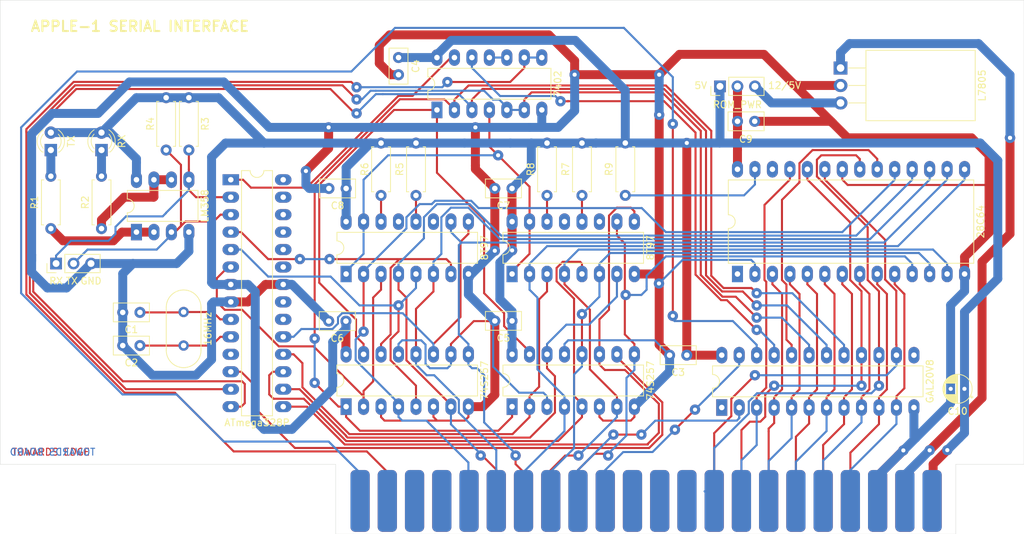
<source format=kicad_pcb>
(kicad_pcb (version 20171130) (host pcbnew "(5.1.5-0)")
  (layers (0 F.Cu signal) (31 B.Cu signal) (34 B.Paste user) (35 F.Paste user) (36 B.SilkS user) (37 F.SilkS user) (38 B.Mask user) (39 F.Mask user) (44 Edge.Cuts user))
  (net 0 "")
  (net 1 SR)
  (net 2 D3)
  (net 3 DATA0)
  (net 4 GND)
  (net 5 STATUS)
  (net 6 DATA3)
  (net 7 D0)
  (net 8 D2)
  (net 9 DATA1)
  (net 10 DATA2)
  (net 11 D1)
  (net 12 "Net-(74S257mux1-Pad15)")
  (net 13 +5V)
  (net 14 D5)
  (net 15 DATA6)
  (net 16 DATA5)
  (net 17 D6)
  (net 18 D4)
  (net 19 DATA7)
  (net 20 DATA4)
  (net 21 D7)
  (net 22 "Net-(8T97buf1-Pad1)")
  (net 23 "Net-(8T97buf1-Pad14)")
  (net 24 "Net-(8T97buf1-Pad13)")
  (net 25 "Net-(8T97buf1-Pad12)")
  (net 26 "Net-(8T97buf1-Pad11)")
  (net 27 "Net-(8T97buf2-Pad11)")
  (net 28 "Net-(8T97buf2-Pad12)")
  (net 29 "Net-(8T97buf2-Pad13)")
  (net 30 "Net-(8T97buf2-Pad14)")
  (net 31 "Net-(AT28C64B1-Pad1)")
  (net 32 A7)
  (net 33 A6)
  (net 34 A5)
  (net 35 A4)
  (net 36 ROM)
  (net 37 A3)
  (net 38 A10)
  (net 39 A2)
  (net 40 A1)
  (net 41 A11)
  (net 42 A0)
  (net 43 A9)
  (net 44 A8)
  (net 45 "Net-(AT28C64B1-Pad26)")
  (net 46 "Net-(AT28C64B1-Pad28)")
  (net 47 RESET)
  (net 48 /RXD)
  (net 49 /TXD)
  (net 50 "Net-(ATmega328P1-Pad20)")
  (net 51 "Net-(ATmega328P1-Pad21)")
  (net 52 "Net-(ATmega328P1-Pad9)")
  (net 53 "Net-(ATmega328P1-Pad23)")
  (net 54 "Net-(ATmega328P1-Pad10)")
  (net 55 "Net-(ATmega328P1-Pad24)")
  (net 56 "Net-(ATmega328P1-Pad11)")
  (net 57 "Net-(ATmega328P1-Pad25)")
  (net 58 "Net-(ATmega328P1-Pad26)")
  (net 59 WD)
  (net 60 "Net-(ATmega328P1-Pad27)")
  (net 61 RD)
  (net 62 "Net-(ATmega328P1-Pad28)")
  (net 63 "Net-(edge1-Pad21)")
  (net 64 A13)
  (net 65 A15)
  (net 66 "Net-(edge1-Pad11)")
  (net 67 "Net-(edge1-Pad10)")
  (net 68 "Net-(edge1-Pad5)")
  (net 69 "Net-(edge1-Pad4)")
  (net 70 "Net-(edge1-Pad3)")
  (net 71 RES)
  (net 72 "Net-(edge1-Pad1)")
  (net 73 PHI2)
  (net 74 "Net-(edge1-PadB)")
  (net 75 "Net-(edge1-PadC)")
  (net 76 "Net-(edge1-PadD)")
  (net 77 RW)
  (net 78 R)
  (net 79 "Net-(edge1-PadM)")
  (net 80 A14)
  (net 81 A12)
  (net 82 +12V)
  (net 83 "Net-(edge1-PadZ)")
  (net 84 "Net-(GAL20V8B1-Pad1)")
  (net 85 "Net-(GAL20V8B1-Pad13)")
  (net 86 SW_RES)
  (net 87 "Net-(L7805-Pad3)")
  (net 88 "Net-(LED1-Pad1)")
  (net 89 "Net-(LED1-Pad6)")
  (net 90 "Net-(R1-Pad2)")
  (net 91 "Net-(R2-Pad2)")
  (net 92 "Net-(U7402-Pad10)")
  (net 93 "Net-(AT28C64B1-Pad27)")
  (module Package_DIP:DIP-14_W7.62mm_LongPads (layer F.Cu) (at 128.016 61.214 90)
    (fp_text reference U7402 hide)
    (fp_text value 7402 (at 3.81 17.57 90) (layer F.SilkS))
    (pad 14 thru_hole oval (at 7.62 0 90) (size 2.4 1.6) (drill 0.8) (layers *.Cu *.Mask) (net 13 +5V))
    (pad 7 thru_hole oval (at 0 15.24 90) (size 2.4 1.6) (drill 0.8) (layers *.Cu *.Mask) (net 4 GND))
    (pad 13 thru_hole oval (at 7.62 2.54 90) (size 2.4 1.6) (drill 0.8) (layers *.Cu *.Mask) (net 47 RESET))
    (pad 6 thru_hole oval (at 0 12.7 90) (size 2.4 1.6) (drill 0.8) (layers *.Cu *.Mask) (net 59 WD))
    (pad 12 thru_hole oval (at 7.62 5.08 90) (size 2.4 1.6) (drill 0.8) (layers *.Cu *.Mask) (net 86 SW_RES))
    (pad 5 thru_hole oval (at 0 10.16 90) (size 2.4 1.6) (drill 0.8) (layers *.Cu *.Mask) (net 59 WD))
    (pad 11 thru_hole oval (at 7.62 7.62 90) (size 2.4 1.6) (drill 0.8) (layers *.Cu *.Mask) (net 92 "Net-(U7402-Pad10)"))
    (pad 4 thru_hole oval (at 0 7.62 90) (size 2.4 1.6) (drill 0.8) (layers *.Cu *.Mask) (net 22 "Net-(8T97buf1-Pad1)"))
    (pad 10 thru_hole oval (at 7.62 10.16 90) (size 2.4 1.6) (drill 0.8) (layers *.Cu *.Mask) (net 92 "Net-(U7402-Pad10)"))
    (pad 3 thru_hole oval (at 0 5.08 90) (size 2.4 1.6) (drill 0.8) (layers *.Cu *.Mask) (net 61 RD))
    (pad 9 thru_hole oval (at 7.62 12.7 90) (size 2.4 1.6) (drill 0.8) (layers *.Cu *.Mask) (net 71 RES))
    (pad 2 thru_hole oval (at 0 2.54 90) (size 2.4 1.6) (drill 0.8) (layers *.Cu *.Mask) (net 1 SR))
    (pad 8 thru_hole oval (at 7.62 15.24 90) (size 2.4 1.6) (drill 0.8) (layers *.Cu *.Mask) (net 71 RES))
    (pad 1 thru_hole rect (at 0 0 90) (size 2.4 1.6) (drill 0.8) (layers *.Cu *.Mask) (net 12 "Net-(74S257mux1-Pad15)"))
  )
  (module Package_DIP:DIP-8_W7.62mm_LongPads (layer F.Cu) (at 84.328 78.994 90)
    (fp_text reference LED1 hide)
    (fp_text value LM358 (at 3.81 9.95 90) (layer F.SilkS))
    (pad 8 thru_hole oval (at 7.62 0 90) (size 2.4 1.6) (drill 0.8) (layers *.Cu *.Mask) (net 13 +5V))
    (pad 4 thru_hole oval (at 0 7.62 90) (size 2.4 1.6) (drill 0.8) (layers *.Cu *.Mask) (net 4 GND))
    (pad 7 thru_hole oval (at 7.62 2.54 90) (size 2.4 1.6) (drill 0.8) (layers *.Cu *.Mask) (net 89 "Net-(LED1-Pad6)"))
    (pad 3 thru_hole oval (at 0 5.08 90) (size 2.4 1.6) (drill 0.8) (layers *.Cu *.Mask) (net 49 /TXD))
    (pad 6 thru_hole oval (at 7.62 5.08 90) (size 2.4 1.6) (drill 0.8) (layers *.Cu *.Mask) (net 89 "Net-(LED1-Pad6)"))
    (pad 2 thru_hole oval (at 0 2.54 90) (size 2.4 1.6) (drill 0.8) (layers *.Cu *.Mask) (net 88 "Net-(LED1-Pad1)"))
    (pad 5 thru_hole oval (at 7.62 7.62 90) (size 2.4 1.6) (drill 0.8) (layers *.Cu *.Mask) (net 48 /RXD))
    (pad 1 thru_hole rect (at 0 0 90) (size 2.4 1.6) (drill 0.8) (layers *.Cu *.Mask) (net 88 "Net-(LED1-Pad1)"))
  )
  (module Package_DIP:DIP-24_W7.62mm_LongPads (layer F.Cu) (at 169.418 104.521 90)
    (fp_text reference GAL20V8B1 hide)
    (fp_text value GAL20V8 (at 3.81 30.27 90) (layer F.SilkS))
    (pad 24 thru_hole oval (at 7.62 0 90) (size 2.4 1.6) (drill 0.8) (layers *.Cu *.Mask) (net 13 +5V))
    (pad 12 thru_hole oval (at 0 27.94 90) (size 2.4 1.6) (drill 0.8) (layers *.Cu *.Mask) (net 4 GND))
    (pad 23 thru_hole oval (at 7.62 2.54 90) (size 2.4 1.6) (drill 0.8) (layers *.Cu *.Mask) (net 78 R))
    (pad 11 thru_hole oval (at 0 25.4 90) (size 2.4 1.6) (drill 0.8) (layers *.Cu *.Mask) (net 42 A0))
    (pad 22 thru_hole oval (at 7.62 5.08 90) (size 2.4 1.6) (drill 0.8) (layers *.Cu *.Mask) (net 73 PHI2))
    (pad 10 thru_hole oval (at 0 22.86 90) (size 2.4 1.6) (drill 0.8) (layers *.Cu *.Mask) (net 40 A1))
    (pad 21 thru_hole oval (at 7.62 7.62 90) (size 2.4 1.6) (drill 0.8) (layers *.Cu *.Mask) (net 86 SW_RES))
    (pad 9 thru_hole oval (at 0 20.32 90) (size 2.4 1.6) (drill 0.8) (layers *.Cu *.Mask) (net 39 A2))
    (pad 20 thru_hole oval (at 7.62 10.16 90) (size 2.4 1.6) (drill 0.8) (layers *.Cu *.Mask) (net 36 ROM))
    (pad 8 thru_hole oval (at 0 17.78 90) (size 2.4 1.6) (drill 0.8) (layers *.Cu *.Mask) (net 37 A3))
    (pad 19 thru_hole oval (at 7.62 12.7 90) (size 2.4 1.6) (drill 0.8) (layers *.Cu *.Mask) (net 59 WD))
    (pad 7 thru_hole oval (at 0 15.24 90) (size 2.4 1.6) (drill 0.8) (layers *.Cu *.Mask) (net 35 A4))
    (pad 18 thru_hole oval (at 7.62 15.24 90) (size 2.4 1.6) (drill 0.8) (layers *.Cu *.Mask) (net 61 RD))
    (pad 6 thru_hole oval (at 0 12.7 90) (size 2.4 1.6) (drill 0.8) (layers *.Cu *.Mask) (net 34 A5))
    (pad 17 thru_hole oval (at 7.62 17.78 90) (size 2.4 1.6) (drill 0.8) (layers *.Cu *.Mask) (net 1 SR))
    (pad 5 thru_hole oval (at 0 10.16 90) (size 2.4 1.6) (drill 0.8) (layers *.Cu *.Mask) (net 33 A6))
    (pad 16 thru_hole oval (at 7.62 20.32 90) (size 2.4 1.6) (drill 0.8) (layers *.Cu *.Mask) (net 43 A9))
    (pad 4 thru_hole oval (at 0 7.62 90) (size 2.4 1.6) (drill 0.8) (layers *.Cu *.Mask) (net 32 A7))
    (pad 15 thru_hole oval (at 7.62 22.86 90) (size 2.4 1.6) (drill 0.8) (layers *.Cu *.Mask) (net 38 A10))
    (pad 3 thru_hole oval (at 0 5.08 90) (size 2.4 1.6) (drill 0.8) (layers *.Cu *.Mask) (net 44 A8))
    (pad 14 thru_hole oval (at 7.62 25.4 90) (size 2.4 1.6) (drill 0.8) (layers *.Cu *.Mask) (net 41 A11))
    (pad 2 thru_hole oval (at 0 2.54 90) (size 2.4 1.6) (drill 0.8) (layers *.Cu *.Mask) (net 77 RW))
    (pad 13 thru_hole oval (at 7.62 27.94 90) (size 2.4 1.6) (drill 0.8) (layers *.Cu *.Mask) (net 85 "Net-(GAL20V8B1-Pad13)"))
    (pad 1 thru_hole rect (at 0 0 90) (size 2.4 1.6) (drill 0.8) (layers *.Cu *.Mask) (net 84 "Net-(GAL20V8B1-Pad1)"))
  )
  (module Package_DIP:DIP-28_W7.62mm_LongPads (layer F.Cu) (at 98.044 71.374)
    (fp_text reference ATmega328P1 hide)
    (fp_text value ATmega328P (at 3.81 35.35) (layer F.SilkS))
    (pad 28 thru_hole oval (at 7.62 0) (size 2.4 1.6) (drill 0.8) (layers *.Cu *.Mask) (net 62 "Net-(ATmega328P1-Pad28)"))
    (pad 14 thru_hole oval (at 0 33.02) (size 2.4 1.6) (drill 0.8) (layers *.Cu *.Mask) (net 61 RD))
    (pad 27 thru_hole oval (at 7.62 2.54) (size 2.4 1.6) (drill 0.8) (layers *.Cu *.Mask) (net 60 "Net-(ATmega328P1-Pad27)"))
    (pad 13 thru_hole oval (at 0 30.48) (size 2.4 1.6) (drill 0.8) (layers *.Cu *.Mask) (net 59 WD))
    (pad 26 thru_hole oval (at 7.62 5.08) (size 2.4 1.6) (drill 0.8) (layers *.Cu *.Mask) (net 58 "Net-(ATmega328P1-Pad26)"))
    (pad 12 thru_hole oval (at 0 27.94) (size 2.4 1.6) (drill 0.8) (layers *.Cu *.Mask) (net 5 STATUS))
    (pad 25 thru_hole oval (at 7.62 7.62) (size 2.4 1.6) (drill 0.8) (layers *.Cu *.Mask) (net 57 "Net-(ATmega328P1-Pad25)"))
    (pad 11 thru_hole oval (at 0 25.4) (size 2.4 1.6) (drill 0.8) (layers *.Cu *.Mask) (net 56 "Net-(ATmega328P1-Pad11)"))
    (pad 24 thru_hole oval (at 7.62 10.16) (size 2.4 1.6) (drill 0.8) (layers *.Cu *.Mask) (net 55 "Net-(ATmega328P1-Pad24)"))
    (pad 10 thru_hole oval (at 0 22.86) (size 2.4 1.6) (drill 0.8) (layers *.Cu *.Mask) (net 54 "Net-(ATmega328P1-Pad10)"))
    (pad 23 thru_hole oval (at 7.62 12.7) (size 2.4 1.6) (drill 0.8) (layers *.Cu *.Mask) (net 53 "Net-(ATmega328P1-Pad23)"))
    (pad 9 thru_hole oval (at 0 20.32) (size 2.4 1.6) (drill 0.8) (layers *.Cu *.Mask) (net 52 "Net-(ATmega328P1-Pad9)"))
    (pad 22 thru_hole oval (at 7.62 15.24) (size 2.4 1.6) (drill 0.8) (layers *.Cu *.Mask) (net 4 GND))
    (pad 8 thru_hole oval (at 0 17.78) (size 2.4 1.6) (drill 0.8) (layers *.Cu *.Mask) (net 4 GND))
    (pad 21 thru_hole oval (at 7.62 17.78) (size 2.4 1.6) (drill 0.8) (layers *.Cu *.Mask) (net 51 "Net-(ATmega328P1-Pad21)"))
    (pad 7 thru_hole oval (at 0 15.24) (size 2.4 1.6) (drill 0.8) (layers *.Cu *.Mask) (net 13 +5V))
    (pad 20 thru_hole oval (at 7.62 20.32) (size 2.4 1.6) (drill 0.8) (layers *.Cu *.Mask) (net 50 "Net-(ATmega328P1-Pad20)"))
    (pad 6 thru_hole oval (at 0 12.7) (size 2.4 1.6) (drill 0.8) (layers *.Cu *.Mask) (net 19 DATA7))
    (pad 19 thru_hole oval (at 7.62 22.86) (size 2.4 1.6) (drill 0.8) (layers *.Cu *.Mask) (net 20 DATA4))
    (pad 5 thru_hole oval (at 0 10.16) (size 2.4 1.6) (drill 0.8) (layers *.Cu *.Mask) (net 15 DATA6))
    (pad 18 thru_hole oval (at 7.62 25.4) (size 2.4 1.6) (drill 0.8) (layers *.Cu *.Mask) (net 6 DATA3))
    (pad 4 thru_hole oval (at 0 7.62) (size 2.4 1.6) (drill 0.8) (layers *.Cu *.Mask) (net 16 DATA5))
    (pad 17 thru_hole oval (at 7.62 27.94) (size 2.4 1.6) (drill 0.8) (layers *.Cu *.Mask) (net 10 DATA2))
    (pad 3 thru_hole oval (at 0 5.08) (size 2.4 1.6) (drill 0.8) (layers *.Cu *.Mask) (net 49 /TXD))
    (pad 16 thru_hole oval (at 7.62 30.48) (size 2.4 1.6) (drill 0.8) (layers *.Cu *.Mask) (net 9 DATA1))
    (pad 2 thru_hole oval (at 0 2.54) (size 2.4 1.6) (drill 0.8) (layers *.Cu *.Mask) (net 48 /RXD))
    (pad 15 thru_hole oval (at 7.62 33.02) (size 2.4 1.6) (drill 0.8) (layers *.Cu *.Mask) (net 3 DATA0))
    (pad 1 thru_hole rect (at 0 0) (size 2.4 1.6) (drill 0.8) (layers *.Cu *.Mask) (net 47 RESET))
  )
  (module Package_DIP:DIP-28_W15.24mm_LongPads (layer F.Cu) (at 171.704 85.09 90)
    (fp_text reference AT28C64B1 hide)
    (fp_text value 28C64 (at 7.62 35.35 90) (layer F.SilkS))
    (pad 28 thru_hole oval (at 15.24 0 90) (size 2.4 1.6) (drill 0.8) (layers *.Cu *.Mask) (net 46 "Net-(AT28C64B1-Pad28)"))
    (pad 14 thru_hole oval (at 0 33.02 90) (size 2.4 1.6) (drill 0.8) (layers *.Cu *.Mask) (net 4 GND))
    (pad 27 thru_hole oval (at 15.24 2.54 90) (size 2.4 1.6) (drill 0.8) (layers *.Cu *.Mask) (net 93 "Net-(AT28C64B1-Pad27)"))
    (pad 13 thru_hole oval (at 0 30.48 90) (size 2.4 1.6) (drill 0.8) (layers *.Cu *.Mask) (net 8 D2))
    (pad 26 thru_hole oval (at 15.24 5.08 90) (size 2.4 1.6) (drill 0.8) (layers *.Cu *.Mask) (net 45 "Net-(AT28C64B1-Pad26)"))
    (pad 12 thru_hole oval (at 0 27.94 90) (size 2.4 1.6) (drill 0.8) (layers *.Cu *.Mask) (net 11 D1))
    (pad 25 thru_hole oval (at 15.24 7.62 90) (size 2.4 1.6) (drill 0.8) (layers *.Cu *.Mask) (net 44 A8))
    (pad 11 thru_hole oval (at 0 25.4 90) (size 2.4 1.6) (drill 0.8) (layers *.Cu *.Mask) (net 7 D0))
    (pad 24 thru_hole oval (at 15.24 10.16 90) (size 2.4 1.6) (drill 0.8) (layers *.Cu *.Mask) (net 43 A9))
    (pad 10 thru_hole oval (at 0 22.86 90) (size 2.4 1.6) (drill 0.8) (layers *.Cu *.Mask) (net 42 A0))
    (pad 23 thru_hole oval (at 15.24 12.7 90) (size 2.4 1.6) (drill 0.8) (layers *.Cu *.Mask) (net 41 A11))
    (pad 9 thru_hole oval (at 0 20.32 90) (size 2.4 1.6) (drill 0.8) (layers *.Cu *.Mask) (net 40 A1))
    (pad 22 thru_hole oval (at 15.24 15.24 90) (size 2.4 1.6) (drill 0.8) (layers *.Cu *.Mask) (net 4 GND))
    (pad 8 thru_hole oval (at 0 17.78 90) (size 2.4 1.6) (drill 0.8) (layers *.Cu *.Mask) (net 39 A2))
    (pad 21 thru_hole oval (at 15.24 17.78 90) (size 2.4 1.6) (drill 0.8) (layers *.Cu *.Mask) (net 38 A10))
    (pad 7 thru_hole oval (at 0 15.24 90) (size 2.4 1.6) (drill 0.8) (layers *.Cu *.Mask) (net 37 A3))
    (pad 20 thru_hole oval (at 15.24 20.32 90) (size 2.4 1.6) (drill 0.8) (layers *.Cu *.Mask) (net 36 ROM))
    (pad 6 thru_hole oval (at 0 12.7 90) (size 2.4 1.6) (drill 0.8) (layers *.Cu *.Mask) (net 35 A4))
    (pad 19 thru_hole oval (at 15.24 22.86 90) (size 2.4 1.6) (drill 0.8) (layers *.Cu *.Mask) (net 21 D7))
    (pad 5 thru_hole oval (at 0 10.16 90) (size 2.4 1.6) (drill 0.8) (layers *.Cu *.Mask) (net 34 A5))
    (pad 18 thru_hole oval (at 15.24 25.4 90) (size 2.4 1.6) (drill 0.8) (layers *.Cu *.Mask) (net 17 D6))
    (pad 4 thru_hole oval (at 0 7.62 90) (size 2.4 1.6) (drill 0.8) (layers *.Cu *.Mask) (net 33 A6))
    (pad 17 thru_hole oval (at 15.24 27.94 90) (size 2.4 1.6) (drill 0.8) (layers *.Cu *.Mask) (net 14 D5))
    (pad 3 thru_hole oval (at 0 5.08 90) (size 2.4 1.6) (drill 0.8) (layers *.Cu *.Mask) (net 32 A7))
    (pad 16 thru_hole oval (at 15.24 30.48 90) (size 2.4 1.6) (drill 0.8) (layers *.Cu *.Mask) (net 18 D4))
    (pad 2 thru_hole oval (at 0 2.54 90) (size 2.4 1.6) (drill 0.8) (layers *.Cu *.Mask) (net 4 GND))
    (pad 15 thru_hole oval (at 15.24 33.02 90) (size 2.4 1.6) (drill 0.8) (layers *.Cu *.Mask) (net 2 D3))
    (pad 1 thru_hole rect (at 0 0 90) (size 2.4 1.6) (drill 0.8) (layers *.Cu *.Mask) (net 31 "Net-(AT28C64B1-Pad1)"))
  )
  (module Package_DIP:DIP-16_W7.62mm_LongPads (layer F.Cu) (at 114.808 85.09 90)
    (fp_text reference 8T97buf2 hide)
    (fp_text value 8T97 (at 3.81 20.11 90) (layer F.SilkS))
    (pad 16 thru_hole oval (at 7.62 0 90) (size 2.4 1.6) (drill 0.8) (layers *.Cu *.Mask) (net 13 +5V))
    (pad 8 thru_hole oval (at 0 17.78 90) (size 2.4 1.6) (drill 0.8) (layers *.Cu *.Mask) (net 4 GND))
    (pad 15 thru_hole oval (at 7.62 2.54 90) (size 2.4 1.6) (drill 0.8) (layers *.Cu *.Mask) (net 22 "Net-(8T97buf1-Pad1)"))
    (pad 7 thru_hole oval (at 0 15.24 90) (size 2.4 1.6) (drill 0.8) (layers *.Cu *.Mask) (net 16 DATA5))
    (pad 14 thru_hole oval (at 7.62 5.08 90) (size 2.4 1.6) (drill 0.8) (layers *.Cu *.Mask) (net 30 "Net-(8T97buf2-Pad14)"))
    (pad 6 thru_hole oval (at 0 12.7 90) (size 2.4 1.6) (drill 0.8) (layers *.Cu *.Mask) (net 14 D5))
    (pad 13 thru_hole oval (at 7.62 7.62 90) (size 2.4 1.6) (drill 0.8) (layers *.Cu *.Mask) (net 29 "Net-(8T97buf2-Pad13)"))
    (pad 5 thru_hole oval (at 0 10.16 90) (size 2.4 1.6) (drill 0.8) (layers *.Cu *.Mask) (net 15 DATA6))
    (pad 12 thru_hole oval (at 7.62 10.16 90) (size 2.4 1.6) (drill 0.8) (layers *.Cu *.Mask) (net 28 "Net-(8T97buf2-Pad12)"))
    (pad 4 thru_hole oval (at 0 7.62 90) (size 2.4 1.6) (drill 0.8) (layers *.Cu *.Mask) (net 17 D6))
    (pad 11 thru_hole oval (at 7.62 12.7 90) (size 2.4 1.6) (drill 0.8) (layers *.Cu *.Mask) (net 27 "Net-(8T97buf2-Pad11)"))
    (pad 3 thru_hole oval (at 0 5.08 90) (size 2.4 1.6) (drill 0.8) (layers *.Cu *.Mask) (net 19 DATA7))
    (pad 10 thru_hole oval (at 7.62 15.24 90) (size 2.4 1.6) (drill 0.8) (layers *.Cu *.Mask) (net 18 D4))
    (pad 2 thru_hole oval (at 0 2.54 90) (size 2.4 1.6) (drill 0.8) (layers *.Cu *.Mask) (net 21 D7))
    (pad 9 thru_hole oval (at 7.62 17.78 90) (size 2.4 1.6) (drill 0.8) (layers *.Cu *.Mask) (net 20 DATA4))
    (pad 1 thru_hole rect (at 0 0 90) (size 2.4 1.6) (drill 0.8) (layers *.Cu *.Mask) (net 22 "Net-(8T97buf1-Pad1)"))
  )
  (module Package_DIP:DIP-16_W7.62mm_LongPads (layer F.Cu) (at 138.938 85.09 90)
    (fp_text reference 8T97buf1 hide)
    (fp_text value 8T97 (at 3.81 20.11 90) (layer F.SilkS))
    (pad 16 thru_hole oval (at 7.62 0 90) (size 2.4 1.6) (drill 0.8) (layers *.Cu *.Mask) (net 13 +5V))
    (pad 8 thru_hole oval (at 0 17.78 90) (size 2.4 1.6) (drill 0.8) (layers *.Cu *.Mask) (net 4 GND))
    (pad 15 thru_hole oval (at 7.62 2.54 90) (size 2.4 1.6) (drill 0.8) (layers *.Cu *.Mask) (net 22 "Net-(8T97buf1-Pad1)"))
    (pad 7 thru_hole oval (at 0 15.24 90) (size 2.4 1.6) (drill 0.8) (layers *.Cu *.Mask) (net 9 DATA1))
    (pad 14 thru_hole oval (at 7.62 5.08 90) (size 2.4 1.6) (drill 0.8) (layers *.Cu *.Mask) (net 23 "Net-(8T97buf1-Pad14)"))
    (pad 6 thru_hole oval (at 0 12.7 90) (size 2.4 1.6) (drill 0.8) (layers *.Cu *.Mask) (net 11 D1))
    (pad 13 thru_hole oval (at 7.62 7.62 90) (size 2.4 1.6) (drill 0.8) (layers *.Cu *.Mask) (net 24 "Net-(8T97buf1-Pad13)"))
    (pad 5 thru_hole oval (at 0 10.16 90) (size 2.4 1.6) (drill 0.8) (layers *.Cu *.Mask) (net 10 DATA2))
    (pad 12 thru_hole oval (at 7.62 10.16 90) (size 2.4 1.6) (drill 0.8) (layers *.Cu *.Mask) (net 25 "Net-(8T97buf1-Pad12)"))
    (pad 4 thru_hole oval (at 0 7.62 90) (size 2.4 1.6) (drill 0.8) (layers *.Cu *.Mask) (net 8 D2))
    (pad 11 thru_hole oval (at 7.62 12.7 90) (size 2.4 1.6) (drill 0.8) (layers *.Cu *.Mask) (net 26 "Net-(8T97buf1-Pad11)"))
    (pad 3 thru_hole oval (at 0 5.08 90) (size 2.4 1.6) (drill 0.8) (layers *.Cu *.Mask) (net 6 DATA3))
    (pad 10 thru_hole oval (at 7.62 15.24 90) (size 2.4 1.6) (drill 0.8) (layers *.Cu *.Mask) (net 7 D0))
    (pad 2 thru_hole oval (at 0 2.54 90) (size 2.4 1.6) (drill 0.8) (layers *.Cu *.Mask) (net 2 D3))
    (pad 9 thru_hole oval (at 7.62 17.78 90) (size 2.4 1.6) (drill 0.8) (layers *.Cu *.Mask) (net 3 DATA0))
    (pad 1 thru_hole rect (at 0 0 90) (size 2.4 1.6) (drill 0.8) (layers *.Cu *.Mask) (net 22 "Net-(8T97buf1-Pad1)"))
  )
  (module Package_DIP:DIP-16_W7.62mm_LongPads (layer F.Cu) (at 114.808 104.394 90)
    (fp_text reference 74S257mux2 hide)
    (fp_text value 74S257 (at 3.81 20.11 90) (layer F.SilkS))
    (pad 16 thru_hole oval (at 7.62 0 90) (size 2.4 1.6) (drill 0.8) (layers *.Cu *.Mask) (net 13 +5V))
    (pad 8 thru_hole oval (at 0 17.78 90) (size 2.4 1.6) (drill 0.8) (layers *.Cu *.Mask) (net 4 GND))
    (pad 15 thru_hole oval (at 7.62 2.54 90) (size 2.4 1.6) (drill 0.8) (layers *.Cu *.Mask) (net 12 "Net-(74S257mux1-Pad15)"))
    (pad 7 thru_hole oval (at 0 15.24 90) (size 2.4 1.6) (drill 0.8) (layers *.Cu *.Mask) (net 17 D6))
    (pad 14 thru_hole oval (at 7.62 5.08 90) (size 2.4 1.6) (drill 0.8) (layers *.Cu *.Mask) (net 16 DATA5))
    (pad 6 thru_hole oval (at 0 12.7 90) (size 2.4 1.6) (drill 0.8) (layers *.Cu *.Mask) (net 4 GND))
    (pad 13 thru_hole oval (at 7.62 7.62 90) (size 2.4 1.6) (drill 0.8) (layers *.Cu *.Mask) (net 4 GND))
    (pad 5 thru_hole oval (at 0 10.16 90) (size 2.4 1.6) (drill 0.8) (layers *.Cu *.Mask) (net 15 DATA6))
    (pad 12 thru_hole oval (at 7.62 10.16 90) (size 2.4 1.6) (drill 0.8) (layers *.Cu *.Mask) (net 14 D5))
    (pad 4 thru_hole oval (at 0 7.62 90) (size 2.4 1.6) (drill 0.8) (layers *.Cu *.Mask) (net 21 D7))
    (pad 11 thru_hole oval (at 7.62 12.7 90) (size 2.4 1.6) (drill 0.8) (layers *.Cu *.Mask) (net 20 DATA4))
    (pad 3 thru_hole oval (at 0 5.08 90) (size 2.4 1.6) (drill 0.8) (layers *.Cu *.Mask) (net 4 GND))
    (pad 10 thru_hole oval (at 7.62 15.24 90) (size 2.4 1.6) (drill 0.8) (layers *.Cu *.Mask) (net 4 GND))
    (pad 2 thru_hole oval (at 0 2.54 90) (size 2.4 1.6) (drill 0.8) (layers *.Cu *.Mask) (net 19 DATA7))
    (pad 9 thru_hole oval (at 7.62 17.78 90) (size 2.4 1.6) (drill 0.8) (layers *.Cu *.Mask) (net 18 D4))
    (pad 1 thru_hole rect (at 0 0 90) (size 2.4 1.6) (drill 0.8) (layers *.Cu *.Mask) (net 1 SR))
  )
  (module Package_DIP:DIP-16_W7.62mm_LongPads (layer F.Cu) (at 138.938 104.394 90)
    (fp_text reference 74S257mux1 hide)
    (fp_text value 74S257 (at 3.81 20.11 90) (layer F.SilkS))
    (pad 16 thru_hole oval (at 7.62 0 90) (size 2.4 1.6) (drill 0.8) (layers *.Cu *.Mask) (net 13 +5V))
    (pad 8 thru_hole oval (at 0 17.78 90) (size 2.4 1.6) (drill 0.8) (layers *.Cu *.Mask) (net 4 GND))
    (pad 15 thru_hole oval (at 7.62 2.54 90) (size 2.4 1.6) (drill 0.8) (layers *.Cu *.Mask) (net 12 "Net-(74S257mux1-Pad15)"))
    (pad 7 thru_hole oval (at 0 15.24 90) (size 2.4 1.6) (drill 0.8) (layers *.Cu *.Mask) (net 8 D2))
    (pad 14 thru_hole oval (at 7.62 5.08 90) (size 2.4 1.6) (drill 0.8) (layers *.Cu *.Mask) (net 9 DATA1))
    (pad 6 thru_hole oval (at 0 12.7 90) (size 2.4 1.6) (drill 0.8) (layers *.Cu *.Mask) (net 4 GND))
    (pad 13 thru_hole oval (at 7.62 7.62 90) (size 2.4 1.6) (drill 0.8) (layers *.Cu *.Mask) (net 4 GND))
    (pad 5 thru_hole oval (at 0 10.16 90) (size 2.4 1.6) (drill 0.8) (layers *.Cu *.Mask) (net 10 DATA2))
    (pad 12 thru_hole oval (at 7.62 10.16 90) (size 2.4 1.6) (drill 0.8) (layers *.Cu *.Mask) (net 11 D1))
    (pad 4 thru_hole oval (at 0 7.62 90) (size 2.4 1.6) (drill 0.8) (layers *.Cu *.Mask) (net 2 D3))
    (pad 11 thru_hole oval (at 7.62 12.7 90) (size 2.4 1.6) (drill 0.8) (layers *.Cu *.Mask) (net 3 DATA0))
    (pad 3 thru_hole oval (at 0 5.08 90) (size 2.4 1.6) (drill 0.8) (layers *.Cu *.Mask) (net 4 GND))
    (pad 10 thru_hole oval (at 7.62 15.24 90) (size 2.4 1.6) (drill 0.8) (layers *.Cu *.Mask) (net 5 STATUS))
    (pad 2 thru_hole oval (at 0 2.54 90) (size 2.4 1.6) (drill 0.8) (layers *.Cu *.Mask) (net 6 DATA3))
    (pad 9 thru_hole oval (at 7.62 17.78 90) (size 2.4 1.6) (drill 0.8) (layers *.Cu *.Mask) (net 7 D0))
    (pad 1 thru_hole rect (at 0 0 90) (size 2.4 1.6) (drill 0.8) (layers *.Cu *.Mask) (net 1 SR))
  )
  (module Capacitor_THT:C_Disc_D5.0mm_W2.5mm_P2.50mm (layer F.Cu) (at 138.93038 91.91498 180)
    (fp_text reference C5 (at 1.25 -2.5) (layer F.SilkS))
    (fp_text value 0.1uF hide)
    (pad 2 thru_hole circle (at 2.5 0 180) (size 1.6 1.6) (drill 0.8) (layers *.Cu *.Mask) (net 4 GND))
    (pad 1 thru_hole circle (at 0 0 180) (size 1.6 1.6) (drill 0.8) (layers *.Cu *.Mask) (net 13 +5V))
  )
  (module Resistor_THT:R_Axial_DIN0207_L6.3mm_D2.5mm_P7.62mm_Horizontal (layer F.Cu) (at 155.3972 73.64984 90)
    (fp_text reference R9 (at 3.81 -2.37 90) (layer F.SilkS))
    (fp_text value 1K hide)
    (pad 2 thru_hole oval (at 7.62 0 90) (size 1.6 1.6) (drill 0.8) (layers *.Cu *.Mask) (net 13 +5V))
    (pad 1 thru_hole circle (at 0 0 90) (size 1.6 1.6) (drill 0.8) (layers *.Cu *.Mask) (net 93 "Net-(AT28C64B1-Pad27)"))
  )
  (module Capacitor_THT:CP_Radial_D4.0mm_P2.00mm (layer F.Cu) (at 204.70368 101.8032 180)
    (fp_text reference C10 (at 1 -3.25) (layer F.SilkS))
    (fp_text value 22uF hide)
    (pad 2 thru_hole circle (at 2 0 180) (size 1.2 1.2) (drill 0.6) (layers *.Cu *.Mask) (net 4 GND))
    (pad 1 thru_hole rect (at 0 0 180) (size 1.2 1.2) (drill 0.6) (layers *.Cu *.Mask) (net 13 +5V))
  )
  (module Capacitor_THT:C_Disc_D5.0mm_W2.5mm_P2.50mm (layer F.Cu) (at 171.70908 62.87008)
    (fp_text reference C9 (at 1.20396 2.59334) (layer F.SilkS))
    (fp_text value 0.1uF hide)
    (pad 2 thru_hole circle (at 2.5 0) (size 1.6 1.6) (drill 0.8) (layers *.Cu *.Mask) (net 4 GND))
    (pad 1 thru_hole circle (at 0 0) (size 1.6 1.6) (drill 0.8) (layers *.Cu *.Mask) (net 46 "Net-(AT28C64B1-Pad28)"))
  )
  (module 44pin:44pin1 (layer F.Cu) (at 156.44 118.11)
    (fp_text reference edge1 hide)
    (fp_text value 44pin_edge hide)
    (pad 22 connect roundrect (at 43.56 0 90) (size 8.9916 2.794) (layers F.Cu F.Mask) (net 13 +5V))
    (pad 21 connect roundrect (at 39.6 0 90) (size 8.9916 2.794) (layers F.Cu F.Mask) (net 63 "Net-(edge1-Pad21)"))
    (pad 20 connect roundrect (at 35.64 0 90) (size 8.9916 2.794) (layers F.Cu F.Mask) (net 4 GND))
    (pad 19 connect roundrect (at 31.68 0 90) (size 8.9916 2.794) (layers F.Cu F.Mask) (net 40 A1))
    (pad 18 connect roundrect (at 27.72 0 90) (size 8.9916 2.794) (layers F.Cu F.Mask) (net 37 A3))
    (pad 17 connect roundrect (at 23.76 0 90) (size 8.9916 2.794) (layers F.Cu F.Mask) (net 34 A5))
    (pad 16 connect roundrect (at 19.8 0 90) (size 8.9916 2.794) (layers F.Cu F.Mask) (net 32 A7))
    (pad 15 connect roundrect (at 15.84 0 90) (size 8.9916 2.794) (layers F.Cu F.Mask) (net 43 A9))
    (pad 14 connect roundrect (at 11.88 0 90) (size 8.9916 2.794) (layers F.Cu F.Mask) (net 41 A11))
    (pad 13 connect roundrect (at 7.92 0 90) (size 8.9916 2.794) (layers F.Cu F.Mask) (net 64 A13))
    (pad 12 connect roundrect (at 3.96 0 90) (size 8.9916 2.794) (layers F.Cu F.Mask) (net 65 A15))
    (pad 11 connect roundrect (at 0 0 90) (size 8.9916 2.794) (layers F.Cu F.Mask) (net 66 "Net-(edge1-Pad11)"))
    (pad 10 connect roundrect (at -3.96 0 90) (size 8.9916 2.794) (layers F.Cu F.Mask) (net 67 "Net-(edge1-Pad10)"))
    (pad 9 connect roundrect (at -7.92 0 90) (size 8.9916 2.794) (layers F.Cu F.Mask) (net 7 D0))
    (pad 8 connect roundrect (at -11.88 0 90) (size 8.9916 2.794) (layers F.Cu F.Mask) (net 8 D2))
    (pad 7 connect roundrect (at -15.84 0 90) (size 8.9916 2.794) (layers F.Cu F.Mask) (net 18 D4))
    (pad 6 connect roundrect (at -19.8 0 90) (size 8.9916 2.794) (layers F.Cu F.Mask) (net 17 D6))
    (pad 5 connect roundrect (at -23.76 0 90) (size 8.9916 2.794) (layers F.Cu F.Mask) (net 68 "Net-(edge1-Pad5)"))
    (pad 4 connect roundrect (at -27.72 0 90) (size 8.9916 2.794) (layers F.Cu F.Mask) (net 69 "Net-(edge1-Pad4)"))
    (pad 3 connect roundrect (at -31.68 0 90) (size 8.9916 2.794) (layers F.Cu F.Mask) (net 70 "Net-(edge1-Pad3)"))
    (pad 2 connect roundrect (at -35.64 0 90) (size 8.9916 2.794) (layers F.Cu F.Mask) (net 71 RES))
    (pad 1 connect roundrect (at -39.6 0 90) (size 8.9916 2.794) (layers F.Cu F.Mask) (net 72 "Net-(edge1-Pad1)"))
    (pad A connect roundrect (at -39.6 0 90) (size 8.9916 2.794) (layers B.Cu B.Mask) (net 73 PHI2))
    (pad B connect roundrect (at -35.64 0 90) (size 8.9916 2.794) (layers B.Cu B.Mask) (net 74 "Net-(edge1-PadB)"))
    (pad C connect roundrect (at -31.68 0 90) (size 8.9916 2.794) (layers B.Cu B.Mask) (net 75 "Net-(edge1-PadC)"))
    (pad D connect roundrect (at -27.72 0 90) (size 8.9916 2.794) (layers B.Cu B.Mask) (net 76 "Net-(edge1-PadD)"))
    (pad E connect roundrect (at -23.76 0 90) (size 8.9916 2.794) (layers B.Cu B.Mask) (net 21 D7))
    (pad F connect roundrect (at -19.8 0 90) (size 8.9916 2.794) (layers B.Cu B.Mask) (net 14 D5))
    (pad H connect roundrect (at -15.84 0 90) (size 8.9916 2.794) (layers B.Cu B.Mask) (net 2 D3))
    (pad J connect roundrect (at -11.88 0 90) (size 8.9916 2.794) (layers B.Cu B.Mask) (net 11 D1))
    (pad K connect roundrect (at -7.92 0 90) (size 8.9916 2.794) (layers B.Cu B.Mask) (net 77 RW))
    (pad L connect roundrect (at -3.96 0 90) (size 8.9916 2.794) (layers B.Cu B.Mask) (net 78 R))
    (pad M connect roundrect (at 0 0 90) (size 8.9916 2.794) (layers B.Cu B.Mask) (net 79 "Net-(edge1-PadM)"))
    (pad N connect roundrect (at 3.96 0 90) (size 8.9916 2.794) (layers B.Cu B.Mask) (net 80 A14))
    (pad P connect roundrect (at 7.92 0 90) (size 8.9916 2.794) (layers B.Cu B.Mask) (net 81 A12))
    (pad R connect roundrect (at 11.88 0 90) (size 8.9916 2.794) (layers B.Cu B.Mask) (net 38 A10))
    (pad S connect roundrect (at 15.84 0 90) (size 8.9916 2.794) (layers B.Cu B.Mask) (net 44 A8))
    (pad T connect roundrect (at 19.8 0 90) (size 8.9916 2.794) (layers B.Cu B.Mask) (net 33 A6))
    (pad U connect roundrect (at 23.76 0 90) (size 8.9916 2.794) (layers B.Cu B.Mask) (net 35 A4))
    (pad V connect roundrect (at 27.72 0 90) (size 8.9916 2.794) (layers B.Cu B.Mask) (net 39 A2))
    (pad W connect roundrect (at 31.68 0 90) (size 8.9916 2.794) (layers B.Cu B.Mask) (net 42 A0))
    (pad X connect roundrect (at 35.64 0 90) (size 8.9916 2.794) (layers B.Cu B.Mask) (net 4 GND))
    (pad Y connect roundrect (at 39.6 0 90) (size 8.9916 2.794) (layers B.Cu B.Mask) (net 82 +12V))
    (pad Z connect roundrect (at 43.56 0 90) (size 8.9916 2.794) (layers B.Cu B.Mask) (net 83 "Net-(edge1-PadZ)"))
  )
  (module Capacitor_THT:C_Disc_D5.0mm_W2.5mm_P2.50mm (layer F.Cu) (at 84.836 95.504 180)
    (fp_text reference C2 (at 1.25 -2.5) (layer F.SilkS))
    (fp_text value 22pF hide)
    (pad 2 thru_hole circle (at 2.5 0 180) (size 1.6 1.6) (drill 0.8) (layers *.Cu *.Mask) (net 4 GND))
    (pad 1 thru_hole circle (at 0 0 180) (size 1.6 1.6) (drill 0.8) (layers *.Cu *.Mask) (net 54 "Net-(ATmega328P1-Pad10)"))
  )
  (module Capacitor_THT:C_Disc_D5.0mm_W2.5mm_P2.50mm (layer F.Cu) (at 84.836 90.678 180)
    (fp_text reference C1 (at 1.25 -2.5) (layer F.SilkS))
    (fp_text value 22pF hide)
    (pad 2 thru_hole circle (at 2.5 0 180) (size 1.6 1.6) (drill 0.8) (layers *.Cu *.Mask) (net 4 GND))
    (pad 1 thru_hole circle (at 0 0 180) (size 1.6 1.6) (drill 0.8) (layers *.Cu *.Mask) (net 52 "Net-(ATmega328P1-Pad9)"))
  )
  (module Capacitor_THT:C_Disc_D5.0mm_W2.5mm_P2.50mm (layer F.Cu) (at 164.338 96.901 180)
    (fp_text reference C3 (at 1.25 -2.5) (layer F.SilkS))
    (fp_text value 0.1uF hide)
    (pad 2 thru_hole circle (at 2.5 0 180) (size 1.6 1.6) (drill 0.8) (layers *.Cu *.Mask) (net 4 GND))
    (pad 1 thru_hole circle (at 0 0 180) (size 1.6 1.6) (drill 0.8) (layers *.Cu *.Mask) (net 13 +5V))
  )
  (module Capacitor_THT:C_Disc_D5.0mm_W2.5mm_P2.50mm (layer F.Cu) (at 122.428 53.594 270)
    (fp_text reference C4 (at 1.25 -2.5 90) (layer F.SilkS))
    (fp_text value 0.1uF hide)
    (pad 2 thru_hole circle (at 2.5 0 270) (size 1.6 1.6) (drill 0.8) (layers *.Cu *.Mask) (net 4 GND))
    (pad 1 thru_hole circle (at 0 0 270) (size 1.6 1.6) (drill 0.8) (layers *.Cu *.Mask) (net 13 +5V))
  )
  (module Capacitor_THT:C_Disc_D5.0mm_W2.5mm_P2.50mm (layer F.Cu) (at 114.78006 91.94546 180)
    (fp_text reference C6 (at 1.25 -2.5) (layer F.SilkS))
    (fp_text value 0.1uF hide)
    (pad 2 thru_hole circle (at 2.5 0 180) (size 1.6 1.6) (drill 0.8) (layers *.Cu *.Mask) (net 4 GND))
    (pad 1 thru_hole circle (at 0 0 180) (size 1.6 1.6) (drill 0.8) (layers *.Cu *.Mask) (net 13 +5V))
  )
  (module Capacitor_THT:C_Disc_D5.0mm_W2.5mm_P2.50mm (layer F.Cu) (at 138.92784 72.64146 180)
    (fp_text reference C7 (at 1.25 -2.5) (layer F.SilkS))
    (fp_text value 0.1uF hide)
    (pad 2 thru_hole circle (at 2.5 0 180) (size 1.6 1.6) (drill 0.8) (layers *.Cu *.Mask) (net 4 GND))
    (pad 1 thru_hole circle (at 0 0 180) (size 1.6 1.6) (drill 0.8) (layers *.Cu *.Mask) (net 13 +5V))
  )
  (module Capacitor_THT:C_Disc_D5.0mm_W2.5mm_P2.50mm (layer F.Cu) (at 114.81308 72.644 180)
    (fp_text reference C8 (at 1.25 -2.5) (layer F.SilkS))
    (fp_text value 0.1uF hide)
    (pad 2 thru_hole circle (at 2.5 0 180) (size 1.6 1.6) (drill 0.8) (layers *.Cu *.Mask) (net 4 GND))
    (pad 1 thru_hole circle (at 0 0 180) (size 1.6 1.6) (drill 0.8) (layers *.Cu *.Mask) (net 13 +5V))
  )
  (module Package_TO_SOT_THT:TO-220-3_Horizontal_TabDown (layer F.Cu) (at 186.69 55.118 270)
    (fp_text reference L7805 (at 2.54 -20.58 90) (layer F.SilkS))
    (fp_text value L7805 hide)
    (pad 3 thru_hole oval (at 5.08 0 270) (size 1.905 2) (drill 1.1) (layers *.Cu *.Mask) (net 87 "Net-(L7805-Pad3)"))
    (pad 2 thru_hole oval (at 2.54 0 270) (size 1.905 2) (drill 1.1) (layers *.Cu *.Mask) (net 4 GND))
    (pad 1 thru_hole rect (at 0 0 270) (size 1.905 2) (drill 1.1) (layers *.Cu *.Mask) (net 82 +12V))
    (pad "" np_thru_hole oval (at 2.54 -16.66 270) (size 3.5 3.5) (drill 3.5) (layers *.Cu *.Mask))
  )
  (module Resistor_THT:R_Axial_DIN0207_L6.3mm_D2.5mm_P7.62mm_Horizontal (layer F.Cu) (at 71.882 78.486 90)
    (fp_text reference R1 (at 3.81 -2.37 90) (layer F.SilkS))
    (fp_text value 460 hide)
    (pad 2 thru_hole oval (at 7.62 0 90) (size 1.6 1.6) (drill 0.8) (layers *.Cu *.Mask) (net 90 "Net-(R1-Pad2)"))
    (pad 1 thru_hole circle (at 0 0 90) (size 1.6 1.6) (drill 0.8) (layers *.Cu *.Mask) (net 88 "Net-(LED1-Pad1)"))
  )
  (module Resistor_THT:R_Axial_DIN0207_L6.3mm_D2.5mm_P7.62mm_Horizontal (layer F.Cu) (at 79.248 78.486 90)
    (fp_text reference R2 (at 3.81 -2.37 90) (layer F.SilkS))
    (fp_text value 460 hide)
    (pad 2 thru_hole oval (at 7.62 0 90) (size 1.6 1.6) (drill 0.8) (layers *.Cu *.Mask) (net 91 "Net-(R2-Pad2)"))
    (pad 1 thru_hole circle (at 0 0 90) (size 1.6 1.6) (drill 0.8) (layers *.Cu *.Mask) (net 89 "Net-(LED1-Pad6)"))
  )
  (module Resistor_THT:R_Axial_DIN0207_L6.3mm_D2.5mm_P7.62mm_Horizontal (layer F.Cu) (at 91.948 59.436 270)
    (fp_text reference R3 (at 3.81 -2.37 90) (layer F.SilkS))
    (fp_text value 1K hide)
    (pad 2 thru_hole oval (at 7.62 0 270) (size 1.6 1.6) (drill 0.8) (layers *.Cu *.Mask) (net 48 /RXD))
    (pad 1 thru_hole circle (at 0 0 270) (size 1.6 1.6) (drill 0.8) (layers *.Cu *.Mask) (net 13 +5V))
  )
  (module Resistor_THT:R_Axial_DIN0207_L6.3mm_D2.5mm_P7.62mm_Horizontal (layer F.Cu) (at 88.646 59.436 270)
    (fp_text reference R4 (at 3.81 2.286 90) (layer F.SilkS))
    (fp_text value 1K hide)
    (pad 2 thru_hole oval (at 7.62 0 270) (size 1.6 1.6) (drill 0.8) (layers *.Cu *.Mask) (net 49 /TXD))
    (pad 1 thru_hole circle (at 0 0 270) (size 1.6 1.6) (drill 0.8) (layers *.Cu *.Mask) (net 13 +5V))
  )
  (module Resistor_THT:R_Axial_DIN0207_L6.3mm_D2.5mm_P7.62mm_Horizontal (layer F.Cu) (at 124.968 73.66 90)
    (fp_text reference R5 (at 3.81 -2.37 90) (layer F.SilkS))
    (fp_text value 1K hide)
    (pad 2 thru_hole oval (at 7.62 0 90) (size 1.6 1.6) (drill 0.8) (layers *.Cu *.Mask) (net 13 +5V))
    (pad 1 thru_hole circle (at 0 0 90) (size 1.6 1.6) (drill 0.8) (layers *.Cu *.Mask) (net 28 "Net-(8T97buf2-Pad12)"))
  )
  (module Resistor_THT:R_Axial_DIN0207_L6.3mm_D2.5mm_P7.62mm_Horizontal (layer F.Cu) (at 119.888 73.66 90)
    (fp_text reference R6 (at 3.81 -2.37 90) (layer F.SilkS))
    (fp_text value 1K hide)
    (pad 2 thru_hole oval (at 7.62 0 90) (size 1.6 1.6) (drill 0.8) (layers *.Cu *.Mask) (net 13 +5V))
    (pad 1 thru_hole circle (at 0 0 90) (size 1.6 1.6) (drill 0.8) (layers *.Cu *.Mask) (net 30 "Net-(8T97buf2-Pad14)"))
  )
  (module Resistor_THT:R_Axial_DIN0207_L6.3mm_D2.5mm_P7.62mm_Horizontal (layer F.Cu) (at 149.098 73.66 90)
    (fp_text reference R7 (at 3.81 -2.37 90) (layer F.SilkS))
    (fp_text value 1K hide)
    (pad 2 thru_hole oval (at 7.62 0 90) (size 1.6 1.6) (drill 0.8) (layers *.Cu *.Mask) (net 13 +5V))
    (pad 1 thru_hole circle (at 0 0 90) (size 1.6 1.6) (drill 0.8) (layers *.Cu *.Mask) (net 25 "Net-(8T97buf1-Pad12)"))
  )
  (module Resistor_THT:R_Axial_DIN0207_L6.3mm_D2.5mm_P7.62mm_Horizontal (layer F.Cu) (at 144.018 73.66 90)
    (fp_text reference R8 (at 3.81 -2.37 90) (layer F.SilkS))
    (fp_text value 1K hide)
    (pad 2 thru_hole oval (at 7.62 0 90) (size 1.6 1.6) (drill 0.8) (layers *.Cu *.Mask) (net 13 +5V))
    (pad 1 thru_hole circle (at 0 0 90) (size 1.6 1.6) (drill 0.8) (layers *.Cu *.Mask) (net 23 "Net-(8T97buf1-Pad14)"))
  )
  (module Connector_PinHeader_2.54mm:PinHeader_1x03_P2.54mm_Vertical (layer F.Cu) (at 169.164 57.785 90)
    (fp_text reference ROM_PWR1 hide)
    (fp_text value ROM_PWR (at -2.667 2.54) (layer F.SilkS))
    (pad 3 thru_hole oval (at 0 5.08 90) (size 1.7 1.7) (drill 1) (layers *.Cu *.Mask) (net 87 "Net-(L7805-Pad3)"))
    (pad 2 thru_hole oval (at 0 2.54 90) (size 1.7 1.7) (drill 1) (layers *.Cu *.Mask) (net 46 "Net-(AT28C64B1-Pad28)"))
    (pad 1 thru_hole rect (at 0 0 90) (size 1.7 1.7) (drill 1) (layers *.Cu *.Mask) (net 13 +5V))
  )
  (module LED_THT:LED_D3.0mm (layer F.Cu) (at 71.882 67.056 90)
    (fp_text reference TX_LED1 hide)
    (fp_text value TX (at 1.27 2.96 90) (layer F.SilkS))
    (pad 2 thru_hole circle (at 2.54 0 90) (size 1.8 1.8) (drill 0.9) (layers *.Cu *.Mask) (net 13 +5V))
    (pad 1 thru_hole rect (at 0 0 90) (size 1.8 1.8) (drill 0.9) (layers *.Cu *.Mask) (net 90 "Net-(R1-Pad2)"))
  )
  (module Connector_PinHeader_2.54mm:PinHeader_1x03_P2.54mm_Vertical (layer F.Cu) (at 72.644 83.566 90)
    (fp_text reference SERIAL1 hide)
    (fp_text value SERIAL hide)
    (pad 3 thru_hole oval (at 0 5.08 90) (size 1.7 1.7) (drill 1) (layers *.Cu *.Mask) (net 4 GND))
    (pad 2 thru_hole oval (at 0 2.54 90) (size 1.7 1.7) (drill 1) (layers *.Cu *.Mask) (net 49 /TXD))
    (pad 1 thru_hole rect (at 0 0 90) (size 1.7 1.7) (drill 1) (layers *.Cu *.Mask) (net 48 /RXD))
  )
  (module LED_THT:LED_D3.0mm (layer F.Cu) (at 79.248 67.056 90)
    (fp_text reference RX_LED1 hide)
    (fp_text value RX (at 1.27 2.96 90) (layer F.SilkS))
    (pad 2 thru_hole circle (at 2.54 0 90) (size 1.8 1.8) (drill 0.9) (layers *.Cu *.Mask) (net 13 +5V))
    (pad 1 thru_hole rect (at 0 0 90) (size 1.8 1.8) (drill 0.9) (layers *.Cu *.Mask) (net 91 "Net-(R2-Pad2)"))
  )
  (module Crystal:Crystal_HC49-U_Vertical (layer F.Cu) (at 91.186 95.504 90)
    (fp_text reference XTAL1 hide)
    (fp_text value 16MHz (at 2.44 3.525 90) (layer F.SilkS))
    (pad 2 thru_hole circle (at 4.88 0 90) (size 1.5 1.5) (drill 0.8) (layers *.Cu *.Mask) (net 52 "Net-(ATmega328P1-Pad9)"))
    (pad 1 thru_hole circle (at 0 0 90) (size 1.5 1.5) (drill 0.8) (layers *.Cu *.Mask) (net 54 "Net-(ATmega328P1-Pad10)"))
  )
  (gr_line (start 113.284 112.776) (end 113.284 122.936) (layer Edge.Cuts) (width 0.05))
  (gr_line (start 203.454 112.776) (end 203.454 122.936) (layer Edge.Cuts) (width 0.05))
  (gr_line (start 113.284 122.936) (end 203.454 122.936) (layer Edge.Cuts) (width 0.05))
  (gr_line (start 213.36 112.776) (end 203.454 112.776) (layer Edge.Cuts) (width 0.05))
  (gr_line (start 67.056 112.776) (end 113.284 112.776) (layer Edge.Cuts) (width 0.05))
  (gr_text "TOWARDS BOARD" (at 72.136 110.998) (layer B.Cu) (effects (font (size 1 1)) (justify mirror)))
  (gr_text "TOWARDS EDGE" (at 71.882 110.998) (layer F.Cu) (effects (font (size 1 1))))
  (gr_text 12/5V (at 178.562 57.658) (layer F.SilkS) (effects (font (size 1 1))))
  (gr_text 5V (at 166.37 57.658) (layer F.SilkS) (effects (font (size 1 1))))
  (gr_text GND (at 77.724 86.106) (layer F.SilkS) (effects (font (size 1 1))))
  (gr_text TX (at 74.93 86.106) (layer F.SilkS) (effects (font (size 1 1))))
  (gr_text RX (at 72.644 86.106) (layer F.SilkS) (effects (font (size 1 1))))
  (gr_line (start 213.36 48.514) (end 213.36 45.244) (layer Edge.Cuts) (width 0.05))
  (gr_line (start 64.516 45.244) (end 213.36 45.244) (layer Edge.Cuts) (width 0.05))
  (gr_line (start 64.516 112.776) (end 64.516 45.244) (layer Edge.Cuts) (width 0.05))
  (gr_line (start 67.056 112.776) (end 64.516 112.776) (layer Edge.Cuts) (width 0.05))
  (gr_text "APPLE-1 SERIAL INTERFACE" (at 84.836 49.054) (layer F.SilkS) (effects (font (size 1.5 1.5) (thickness 0.3))))
  (gr_line (start 213.36 112.776) (end 213.36 48.514) (layer Edge.Cuts) (width 0.05))
  (segment (start 129.096001 59.663999) (end 122.624879 59.663999) (width 0.3) (layer F.Cu) (net 1))
  (segment (start 130.556 61.123998) (end 129.096001 59.663999) (width 0.3) (layer F.Cu) (net 1))
  (segment (start 122.624879 59.663999) (end 110.236 72.052878) (width 0.3) (layer F.Cu) (net 1))
  (segment (start 130.556 61.214) (end 130.556 61.123998) (width 0.3) (layer F.Cu) (net 1))
  (segment (start 110.236 72.052878) (end 110.236 94.488) (width 0.3) (layer F.Cu) (net 1))
  (segment (start 110.236 94.488) (end 110.236 94.488) (width 0.3) (layer F.Cu) (net 1))
  (via (at 110.236 94.488) (size 1.5) (drill 0.6) (layers F.Cu B.Cu) (net 1))
  (segment (start 110.236 100.922) (end 110.236 100.922) (width 0.3) (layer B.Cu) (net 1))
  (segment (start 110.236 94.488) (end 110.236 100.922) (width 0.3) (layer B.Cu) (net 1))
  (segment (start 114.808 105.894) (end 116.811959 107.897959) (width 0.3) (layer F.Cu) (net 1))
  (segment (start 114.808 104.394) (end 114.808 105.894) (width 0.3) (layer F.Cu) (net 1))
  (segment (start 138.938 105.894) (end 138.938 104.394) (width 0.3) (layer F.Cu) (net 1))
  (segment (start 136.934041 107.897959) (end 138.938 105.894) (width 0.3) (layer F.Cu) (net 1))
  (segment (start 116.811959 107.897959) (end 136.934041 107.897959) (width 0.3) (layer F.Cu) (net 1))
  (segment (start 187.198 95.401) (end 179.681 87.884) (width 0.3) (layer B.Cu) (net 1))
  (segment (start 187.198 96.901) (end 187.198 95.401) (width 0.3) (layer B.Cu) (net 1))
  (segment (start 179.681 87.884) (end 174.498 87.884) (width 0.3) (layer B.Cu) (net 1))
  (segment (start 174.498 87.884) (end 174.498 87.884) (width 0.3) (layer B.Cu) (net 1))
  (via (at 174.498 87.884) (size 1.5) (drill 0.6) (layers F.Cu B.Cu) (net 1))
  (segment (start 173.748001 87.134001) (end 169.684001 87.134001) (width 0.3) (layer F.Cu) (net 1))
  (segment (start 174.498 87.884) (end 173.748001 87.134001) (width 0.3) (layer F.Cu) (net 1))
  (segment (start 169.684001 87.134001) (end 167.894 85.344) (width 0.3) (layer F.Cu) (net 1))
  (segment (start 167.894 85.344) (end 167.894 64.262) (width 0.3) (layer F.Cu) (net 1))
  (segment (start 167.894 64.262) (end 161.29 57.658) (width 0.3) (layer F.Cu) (net 1))
  (segment (start 130.556 59.714) (end 130.556 61.214) (width 0.3) (layer F.Cu) (net 1))
  (segment (start 132.612 57.658) (end 130.556 59.714) (width 0.3) (layer F.Cu) (net 1))
  (segment (start 161.29 57.658) (end 132.612 57.658) (width 0.3) (layer F.Cu) (net 1))
  (segment (start 110.236 100.922) (end 113.708 104.394) (width 0.3) (layer F.Cu) (net 1))
  (via (at 110.236 100.922) (size 1.5) (drill 0.6) (layers F.Cu B.Cu) (net 1))
  (segment (start 113.708 104.394) (end 114.808 104.394) (width 0.3) (layer F.Cu) (net 1))
  (segment (start 140.6 118.11) (end 140.6 113.908) (width 0.3) (layer B.Cu) (net 2))
  (segment (start 146.558 107.95) (end 146.558 104.394) (width 0.3) (layer B.Cu) (net 2))
  (segment (start 140.6 113.908) (end 146.558 107.95) (width 0.3) (layer B.Cu) (net 2))
  (segment (start 142.62801 98.96401) (end 142.62801 88.52601) (width 0.3) (layer B.Cu) (net 2))
  (segment (start 146.558 102.894) (end 142.62801 98.96401) (width 0.3) (layer B.Cu) (net 2))
  (segment (start 146.558 104.394) (end 146.558 102.894) (width 0.3) (layer B.Cu) (net 2))
  (segment (start 141.478 87.376) (end 141.478 85.09) (width 0.3) (layer B.Cu) (net 2))
  (segment (start 142.62801 88.52601) (end 141.478 87.376) (width 0.3) (layer B.Cu) (net 2))
  (segment (start 141.478 83.59) (end 141.478 85.09) (width 0.3) (layer B.Cu) (net 2))
  (segment (start 144.03401 81.03399) (end 141.478 83.59) (width 0.3) (layer B.Cu) (net 2))
  (segment (start 195.04001 81.03399) (end 144.03401 81.03399) (width 0.3) (layer B.Cu) (net 2))
  (segment (start 204.724 71.35) (end 195.04001 81.03399) (width 0.3) (layer B.Cu) (net 2))
  (segment (start 204.724 69.85) (end 204.724 71.35) (width 0.3) (layer B.Cu) (net 2))
  (segment (start 151.638 96.774) (end 151.638 91.694) (width 0.3) (layer F.Cu) (net 3))
  (segment (start 153.02799 76.593651) (end 154.183641 75.438) (width 0.3) (layer F.Cu) (net 3))
  (segment (start 153.02799 90.30401) (end 153.02799 76.593651) (width 0.3) (layer F.Cu) (net 3))
  (segment (start 151.638 91.694) (end 153.02799 90.30401) (width 0.3) (layer F.Cu) (net 3))
  (segment (start 156.186 75.438) (end 156.718 75.97) (width 0.3) (layer F.Cu) (net 3))
  (segment (start 156.718 75.97) (end 156.718 77.47) (width 0.3) (layer F.Cu) (net 3))
  (segment (start 154.183641 75.438) (end 156.186 75.438) (width 0.3) (layer F.Cu) (net 3))
  (segment (start 151.638 98.274) (end 151.638 96.774) (width 0.3) (layer F.Cu) (net 3))
  (segment (start 152.424 99.06) (end 151.638 98.274) (width 0.3) (layer F.Cu) (net 3))
  (segment (start 160.274 103.97712) (end 155.35688 99.06) (width 0.3) (layer F.Cu) (net 3))
  (segment (start 160.274 108.204) (end 160.274 103.97712) (width 0.3) (layer F.Cu) (net 3))
  (segment (start 158.665999 109.812001) (end 160.274 108.204) (width 0.3) (layer F.Cu) (net 3))
  (segment (start 158.665999 109.897999) (end 158.665999 109.812001) (width 0.3) (layer F.Cu) (net 3))
  (segment (start 114.606617 109.897999) (end 158.665999 109.897999) (width 0.3) (layer F.Cu) (net 3))
  (segment (start 109.102618 104.394) (end 114.606617 109.897999) (width 0.3) (layer F.Cu) (net 3))
  (segment (start 155.35688 99.06) (end 152.424 99.06) (width 0.3) (layer F.Cu) (net 3))
  (segment (start 105.664 104.394) (end 109.102618 104.394) (width 0.3) (layer F.Cu) (net 3))
  (segment (start 91.948 78.994) (end 91.948 79.394) (width 1.3) (layer B.Cu) (net 4))
  (segment (start 192.08 118.11) (end 192.08 114.498) (width 1.3) (layer F.Cu) (net 4))
  (segment (start 205.74 65.278) (end 187.706 65.278) (width 1.3) (layer F.Cu) (net 4))
  (segment (start 204.724 85.09) (end 204.724 82.59) (width 1.3) (layer F.Cu) (net 4))
  (segment (start 208.28 67.818) (end 205.74 65.278) (width 1.3) (layer F.Cu) (net 4))
  (segment (start 204.724 82.59) (end 208.28 79.034) (width 1.3) (layer F.Cu) (net 4))
  (segment (start 180.086 57.658) (end 186.69 57.658) (width 1.3) (layer F.Cu) (net 4))
  (segment (start 179.832 57.404) (end 180.086 57.658) (width 1.3) (layer F.Cu) (net 4))
  (via (at 160.323001 56.084999) (size 1.5) (drill 0.6) (layers F.Cu B.Cu) (net 4))
  (segment (start 160.323001 56.084999) (end 160.323001 61.926999) (width 1.3) (layer B.Cu) (net 4))
  (segment (start 160.323001 61.926999) (end 160.323001 61.926999) (width 1.3) (layer B.Cu) (net 4))
  (via (at 160.323001 61.926999) (size 1.5) (drill 0.6) (layers F.Cu B.Cu) (net 4))
  (segment (start 161.838 99.274) (end 156.718 104.394) (width 1.3) (layer B.Cu) (net 4))
  (segment (start 161.838 96.901) (end 161.838 99.274) (width 1.3) (layer B.Cu) (net 4))
  (segment (start 82.336 95.504) (end 86.654 99.822) (width 1.3) (layer B.Cu) (net 4))
  (segment (start 92.964 99.822) (end 95.25 97.536) (width 1.3) (layer B.Cu) (net 4))
  (segment (start 86.654 99.822) (end 92.964 99.822) (width 1.3) (layer B.Cu) (net 4))
  (segment (start 95.544 89.154) (end 98.044 89.154) (width 1.3) (layer B.Cu) (net 4))
  (segment (start 95.25 89.448) (end 95.544 89.154) (width 1.3) (layer B.Cu) (net 4))
  (segment (start 95.25 97.536) (end 95.25 89.448) (width 1.3) (layer B.Cu) (net 4))
  (segment (start 82.336 90.678) (end 82.336 85.05) (width 1.3) (layer B.Cu) (net 4))
  (segment (start 82.336 90.678) (end 82.336 95.504) (width 1.3) (layer B.Cu) (net 4))
  (segment (start 186.944 71.35) (end 186.944 69.85) (width 0.3) (layer F.Cu) (net 4))
  (segment (start 187.73 72.136) (end 186.944 71.35) (width 0.3) (layer F.Cu) (net 4))
  (segment (start 208.28 72.136) (end 187.73 72.136) (width 0.3) (layer F.Cu) (net 4))
  (segment (start 208.28 79.034) (end 208.28 72.136) (width 1.3) (layer F.Cu) (net 4))
  (segment (start 208.28 72.136) (end 208.28 67.818) (width 1.3) (layer F.Cu) (net 4))
  (segment (start 174.244 85.49) (end 174.244 85.09) (width 0.3) (layer B.Cu) (net 4))
  (segment (start 156.718 105.894) (end 156.186 106.426) (width 0.3) (layer F.Cu) (net 4))
  (segment (start 156.718 104.394) (end 156.718 105.894) (width 0.3) (layer F.Cu) (net 4))
  (segment (start 151.638 105.894) (end 151.638 104.394) (width 0.3) (layer F.Cu) (net 4))
  (segment (start 152.17 106.426) (end 151.638 105.894) (width 0.3) (layer F.Cu) (net 4))
  (segment (start 156.186 106.426) (end 152.17 106.426) (width 0.3) (layer F.Cu) (net 4))
  (segment (start 103.164 86.614) (end 105.664 86.614) (width 1.3) (layer F.Cu) (net 4))
  (segment (start 103.084 86.614) (end 103.164 86.614) (width 1.3) (layer F.Cu) (net 4))
  (segment (start 100.544 89.154) (end 103.084 86.614) (width 1.3) (layer F.Cu) (net 4))
  (segment (start 98.044 89.154) (end 100.544 89.154) (width 1.3) (layer F.Cu) (net 4))
  (segment (start 148.032999 56.084999) (end 148.032999 56.084999) (width 1.3) (layer F.Cu) (net 4))
  (segment (start 160.323001 56.084999) (end 148.032999 56.084999) (width 1.3) (layer F.Cu) (net 4))
  (via (at 148.032999 56.084999) (size 1.5) (drill 0.6) (layers F.Cu B.Cu) (net 4))
  (segment (start 143.256 63.754) (end 141.478 63.754) (width 1.3) (layer B.Cu) (net 4))
  (segment (start 141.478 63.754) (end 133.604 63.754) (width 1.3) (layer B.Cu) (net 4))
  (segment (start 133.604 63.754) (end 133.604 63.754) (width 1.3) (layer B.Cu) (net 4))
  (via (at 133.604 63.754) (size 1.5) (drill 0.6) (layers F.Cu B.Cu) (net 4))
  (segment (start 130.048 95.274) (end 130.048 96.774) (width 0.3) (layer F.Cu) (net 4))
  (segment (start 133.374 91.948) (end 130.048 95.274) (width 0.3) (layer F.Cu) (net 4))
  (segment (start 136.184 91.948) (end 133.374 91.948) (width 0.3) (layer F.Cu) (net 4))
  (segment (start 132.588 104.394) (end 132.588 104.794) (width 0.3) (layer F.Cu) (net 4))
  (segment (start 127.508 104.394) (end 127.508 104.794) (width 0.3) (layer F.Cu) (net 4))
  (segment (start 133.604 63.754) (end 112.268 63.754) (width 1.3) (layer B.Cu) (net 4))
  (segment (start 112.268 63.754) (end 112.268 63.754) (width 1.3) (layer B.Cu) (net 4))
  (segment (start 103.632 63.754) (end 97.028 57.15) (width 1.3) (layer B.Cu) (net 4))
  (segment (start 97.028 57.15) (end 83.312 57.15) (width 1.3) (layer B.Cu) (net 4))
  (segment (start 83.312 57.15) (end 78.994 61.468) (width 1.3) (layer B.Cu) (net 4))
  (segment (start 78.994 61.468) (end 78.74 61.722) (width 1.3) (layer B.Cu) (net 4))
  (segment (start 72.085998 61.722) (end 69.088 64.719998) (width 1.3) (layer B.Cu) (net 4))
  (segment (start 78.74 61.722) (end 72.085998 61.722) (width 1.3) (layer B.Cu) (net 4))
  (segment (start 69.088 82.296) (end 69.088 84.836) (width 1.3) (layer B.Cu) (net 4))
  (segment (start 69.088 64.719998) (end 69.088 82.296) (width 1.3) (layer B.Cu) (net 4))
  (segment (start 69.088 82.296) (end 69.088 83.240002) (width 1.3) (layer B.Cu) (net 4))
  (segment (start 69.088 84.836) (end 71.374 87.122) (width 1.3) (layer B.Cu) (net 4))
  (segment (start 74.168 87.122) (end 77.724 83.566) (width 1.3) (layer B.Cu) (net 4))
  (segment (start 77.724 83.566) (end 83.82 83.566) (width 1.3) (layer B.Cu) (net 4))
  (segment (start 71.374 87.122) (end 74.168 87.122) (width 1.3) (layer B.Cu) (net 4))
  (segment (start 161.838 96.901) (end 159.679 94.742) (width 0.3) (layer B.Cu) (net 4))
  (segment (start 146.558 95.274) (end 146.558 96.774) (width 0.3) (layer B.Cu) (net 4))
  (segment (start 147.09 94.742) (end 146.558 95.274) (width 0.3) (layer B.Cu) (net 4))
  (segment (start 159.679 94.742) (end 147.09 94.742) (width 0.3) (layer B.Cu) (net 4))
  (segment (start 136.184 91.948) (end 136.184 98.592) (width 0.3) (layer B.Cu) (net 4))
  (segment (start 136.184 98.592) (end 139.954 102.362) (width 0.3) (layer B.Cu) (net 4))
  (segment (start 144.018 102.894) (end 144.018 104.394) (width 0.3) (layer B.Cu) (net 4))
  (segment (start 143.486 102.362) (end 144.018 102.894) (width 0.3) (layer B.Cu) (net 4))
  (segment (start 139.954 102.362) (end 143.486 102.362) (width 0.3) (layer B.Cu) (net 4))
  (segment (start 105.664 86.614) (end 105.918 86.614) (width 1.3) (layer B.Cu) (net 4))
  (segment (start 105.664 86.614) (end 106.72 86.614) (width 1.3) (layer B.Cu) (net 4))
  (segment (start 202.692 89.622) (end 204.724 87.59) (width 1.3) (layer B.Cu) (net 4))
  (segment (start 204.724 87.59) (end 204.724 85.09) (width 1.3) (layer B.Cu) (net 4))
  (segment (start 202.692 103.886) (end 202.692 89.622) (width 1.3) (layer B.Cu) (net 4))
  (segment (start 112.268 63.754) (end 103.632 63.754) (width 1.3) (layer B.Cu) (net 4))
  (via (at 112.268 63.754) (size 1.5) (drill 0.6) (layers F.Cu B.Cu) (net 4))
  (segment (start 112.268 63.754) (end 112.268 66.802) (width 1.3) (layer F.Cu) (net 4))
  (segment (start 112.268 66.802) (end 108.966 70.104) (width 1.3) (layer F.Cu) (net 4))
  (segment (start 108.966 70.104) (end 108.966 70.104) (width 1.3) (layer F.Cu) (net 4))
  (via (at 108.966 70.104) (size 1.5) (drill 0.6) (layers F.Cu B.Cu) (net 4))
  (segment (start 108.966 70.104) (end 108.966 72.136) (width 1.3) (layer B.Cu) (net 4))
  (segment (start 108.966 72.136) (end 109.474 72.644) (width 1.3) (layer B.Cu) (net 4))
  (segment (start 132.588 105.894) (end 132.056 106.426) (width 0.3) (layer F.Cu) (net 4))
  (segment (start 132.588 104.394) (end 132.588 105.894) (width 0.3) (layer F.Cu) (net 4))
  (segment (start 127.508 105.894) (end 127.508 104.394) (width 0.3) (layer F.Cu) (net 4))
  (segment (start 128.04 106.426) (end 127.508 105.894) (width 0.3) (layer F.Cu) (net 4))
  (segment (start 132.056 106.426) (end 128.04 106.426) (width 0.3) (layer F.Cu) (net 4))
  (segment (start 128.04 106.426) (end 120.396 106.426) (width 0.3) (layer F.Cu) (net 4))
  (segment (start 119.888 105.918) (end 119.888 104.394) (width 0.3) (layer F.Cu) (net 4))
  (segment (start 120.396 106.426) (end 119.888 105.918) (width 0.3) (layer F.Cu) (net 4))
  (segment (start 192.08 114.356) (end 192.024 114.3) (width 1.3) (layer B.Cu) (net 4))
  (segment (start 192.08 118.11) (end 192.08 114.356) (width 1.3) (layer B.Cu) (net 4))
  (segment (start 192.08 118.11) (end 192.024 114.3) (width 1.3) (layer B.Cu) (net 4))
  (segment (start 125.73 94.742) (end 122.96 94.742) (width 0.3) (layer B.Cu) (net 4))
  (segment (start 122.96 94.742) (end 122.428 95.274) (width 0.3) (layer B.Cu) (net 4))
  (segment (start 126.35799 95.36999) (end 125.73 94.742) (width 0.3) (layer B.Cu) (net 4))
  (segment (start 122.428 95.274) (end 122.428 96.774) (width 0.3) (layer B.Cu) (net 4))
  (segment (start 127 98.806) (end 126.35799 98.16399) (width 0.3) (layer B.Cu) (net 4))
  (segment (start 126.35799 98.16399) (end 126.35799 95.36999) (width 0.3) (layer B.Cu) (net 4))
  (segment (start 129.54 98.806) (end 127 98.806) (width 0.3) (layer B.Cu) (net 4))
  (segment (start 130.048 98.298) (end 129.54 98.806) (width 0.3) (layer B.Cu) (net 4))
  (segment (start 130.048 96.774) (end 130.048 98.298) (width 0.3) (layer B.Cu) (net 4))
  (segment (start 143.256 61.214) (end 143.256 63.754) (width 1.3) (layer B.Cu) (net 4))
  (segment (start 119.634 51.816) (end 121.158 50.292) (width 1.3) (layer F.Cu) (net 4))
  (segment (start 148.032999 54.052999) (end 148.032999 56.084999) (width 1.3) (layer F.Cu) (net 4))
  (segment (start 119.634 54.43137) (end 119.634 51.816) (width 1.3) (layer F.Cu) (net 4))
  (segment (start 144.272 50.292) (end 148.032999 54.052999) (width 1.3) (layer F.Cu) (net 4))
  (segment (start 121.158 50.292) (end 144.272 50.292) (width 1.3) (layer F.Cu) (net 4))
  (segment (start 121.29663 56.094) (end 119.634 54.43137) (width 1.3) (layer F.Cu) (net 4))
  (segment (start 122.428 56.094) (end 121.29663 56.094) (width 1.3) (layer F.Cu) (net 4))
  (segment (start 90.17 83.566) (end 83.82 83.566) (width 1.3) (layer B.Cu) (net 4))
  (segment (start 91.948 81.788) (end 90.17 83.566) (width 1.3) (layer B.Cu) (net 4))
  (segment (start 91.948 78.994) (end 91.948 81.788) (width 1.3) (layer B.Cu) (net 4))
  (segment (start 82.336 85.05) (end 83.82 83.566) (width 1.3) (layer B.Cu) (net 4))
  (segment (start 185.08218 62.65418) (end 179.832 57.404) (width 1.3) (layer F.Cu) (net 4))
  (segment (start 202.692 103.886) (end 197.61835 108.95965) (width 1.3) (layer B.Cu) (net 4))
  (segment (start 197.61835 108.95965) (end 195.82003 110.75797) (width 1.3) (layer B.Cu) (net 4))
  (segment (start 195.82003 110.75797) (end 192.024 114.554) (width 1.3) (layer B.Cu) (net 4))
  (via (at 195.82003 110.75797) (size 1.5) (drill 0.6) (layers F.Cu B.Cu) (net 4))
  (segment (start 195.02501 111.55299) (end 195.82003 110.75797) (width 1.3) (layer F.Cu) (net 4))
  (segment (start 192.08 114.498) (end 195.02501 111.55299) (width 1.3) (layer F.Cu) (net 4))
  (segment (start 195.02501 111.55299) (end 195.65493 110.92307) (width 1.3) (layer F.Cu) (net 4))
  (segment (start 185.29808 62.87008) (end 174.20908 62.87008) (width 1.3) (layer F.Cu) (net 4))
  (segment (start 185.56732 63.13932) (end 185.29808 62.87008) (width 1.3) (layer F.Cu) (net 4))
  (segment (start 187.706 65.278) (end 185.56732 63.13932) (width 1.3) (layer F.Cu) (net 4))
  (segment (start 185.56732 63.13932) (end 185.08218 62.65418) (width 1.3) (layer F.Cu) (net 4))
  (segment (start 145.624002 63.754) (end 143.256 63.754) (width 1.3) (layer B.Cu) (net 4))
  (segment (start 148.032999 61.345003) (end 145.624002 63.754) (width 1.3) (layer B.Cu) (net 4))
  (segment (start 148.032999 56.084999) (end 148.032999 61.345003) (width 1.3) (layer B.Cu) (net 4))
  (segment (start 160.323001 95.386001) (end 161.838 96.901) (width 1.3) (layer F.Cu) (net 4))
  (segment (start 160.323001 84.985119) (end 160.21812 85.09) (width 1.3) (layer F.Cu) (net 4))
  (segment (start 160.21812 85.09) (end 156.718 85.09) (width 1.3) (layer F.Cu) (net 4))
  (segment (start 160.323001 61.926999) (end 160.323001 84.985119) (width 1.3) (layer F.Cu) (net 4))
  (segment (start 160.323001 84.985119) (end 160.323001 95.386001) (width 1.3) (layer F.Cu) (net 4))
  (segment (start 174.244 83.59) (end 173.68803 83.03403) (width 0.3) (layer B.Cu) (net 4))
  (segment (start 174.244 85.09) (end 174.244 83.59) (width 0.3) (layer B.Cu) (net 4))
  (segment (start 173.68803 83.03403) (end 163.72697 83.03403) (width 0.3) (layer B.Cu) (net 4))
  (segment (start 163.72697 83.03403) (end 160.29178 86.46922) (width 0.3) (layer B.Cu) (net 4))
  (segment (start 160.29178 86.46922) (end 160.29178 86.46922) (width 0.3) (layer B.Cu) (net 4))
  (via (at 160.29178 86.46922) (size 1.5) (drill 0.6) (layers F.Cu B.Cu) (net 4))
  (segment (start 132.588 88.0726) (end 136.43038 91.91498) (width 1.3) (layer B.Cu) (net 4))
  (segment (start 132.588 85.09) (end 132.588 88.0726) (width 1.3) (layer B.Cu) (net 4))
  (segment (start 136.43038 102.65162) (end 134.688 104.394) (width 1.3) (layer F.Cu) (net 4))
  (segment (start 134.688 104.394) (end 132.588 104.394) (width 1.3) (layer F.Cu) (net 4))
  (segment (start 136.43038 91.91498) (end 136.43038 102.65162) (width 1.3) (layer F.Cu) (net 4))
  (segment (start 106.9486 86.614) (end 112.28006 91.94546) (width 1.3) (layer B.Cu) (net 4))
  (segment (start 105.664 86.614) (end 106.9486 86.614) (width 1.3) (layer B.Cu) (net 4))
  (segment (start 109.474 72.644) (end 112.31308 72.644) (width 1.3) (layer B.Cu) (net 4))
  (segment (start 136.42784 72.64146) (end 136.42784 81.23492) (width 1.3) (layer F.Cu) (net 4))
  (segment (start 136.42784 81.70608) (end 136.42784 81.70608) (width 1.3) (layer F.Cu) (net 4))
  (segment (start 136.42784 81.70608) (end 136.42784 81.23492) (width 1.3) (layer F.Cu) (net 4))
  (via (at 136.42784 81.70608) (size 1.5) (drill 0.6) (layers F.Cu B.Cu) (net 4))
  (segment (start 163.27882 53.12918) (end 160.323001 56.084999) (width 1.3) (layer F.Cu) (net 4))
  (segment (start 175.55718 53.12918) (end 163.27882 53.12918) (width 1.3) (layer F.Cu) (net 4))
  (segment (start 179.832 57.404) (end 175.55718 53.12918) (width 1.3) (layer F.Cu) (net 4))
  (segment (start 133.604 69.81762) (end 136.42784 72.64146) (width 1.3) (layer F.Cu) (net 4))
  (segment (start 133.604 69.32168) (end 133.604 69.81762) (width 1.3) (layer F.Cu) (net 4))
  (segment (start 133.604 63.754) (end 133.604 69.32168) (width 1.3) (layer F.Cu) (net 4))
  (segment (start 133.04392 85.09) (end 136.42784 81.70608) (width 1.3) (layer B.Cu) (net 4))
  (segment (start 132.588 85.09) (end 133.04392 85.09) (width 1.3) (layer B.Cu) (net 4))
  (segment (start 197.358 108.6993) (end 197.358 104.521) (width 1.3) (layer B.Cu) (net 4))
  (segment (start 197.61835 108.95965) (end 197.358 108.6993) (width 1.3) (layer B.Cu) (net 4))
  (segment (start 98.044 99.314) (end 98.444 99.314) (width 0.3) (layer F.Cu) (net 5))
  (segment (start 101.854 104.902) (end 101.854 101.624) (width 0.3) (layer F.Cu) (net 5))
  (segment (start 107.357999 110.405999) (end 101.854 104.902) (width 0.3) (layer F.Cu) (net 5))
  (segment (start 160.77401 108.497108) (end 158.865119 110.405999) (width 0.3) (layer F.Cu) (net 5))
  (segment (start 154.178 97.174) (end 160.77401 103.77001) (width 0.3) (layer F.Cu) (net 5))
  (segment (start 158.865119 110.405999) (end 107.357999 110.405999) (width 0.3) (layer F.Cu) (net 5))
  (segment (start 160.77401 103.77001) (end 160.77401 108.497108) (width 0.3) (layer F.Cu) (net 5))
  (segment (start 99.544 99.314) (end 98.044 99.314) (width 0.3) (layer F.Cu) (net 5))
  (segment (start 101.854 101.624) (end 99.544 99.314) (width 0.3) (layer F.Cu) (net 5))
  (segment (start 154.178 96.774) (end 154.178 97.174) (width 0.3) (layer F.Cu) (net 5))
  (segment (start 141.478 102.894) (end 142.86799 101.50401) (width 0.3) (layer F.Cu) (net 6))
  (segment (start 142.86799 101.50401) (end 142.86799 88.78001) (width 0.3) (layer F.Cu) (net 6))
  (segment (start 141.478 104.394) (end 141.478 102.894) (width 0.3) (layer F.Cu) (net 6))
  (segment (start 144.018 87.63) (end 144.018 85.09) (width 0.3) (layer F.Cu) (net 6))
  (segment (start 142.86799 88.78001) (end 144.018 87.63) (width 0.3) (layer F.Cu) (net 6))
  (segment (start 108.458 98.068) (end 108.458 101.57343) (width 0.3) (layer F.Cu) (net 6))
  (segment (start 107.164 96.774) (end 108.458 98.068) (width 0.3) (layer F.Cu) (net 6))
  (segment (start 105.664 96.774) (end 107.164 96.774) (width 0.3) (layer F.Cu) (net 6))
  (segment (start 108.458 101.57343) (end 115.282539 108.397969) (width 0.3) (layer F.Cu) (net 6))
  (segment (start 141.478 105.918) (end 139.446 107.95) (width 0.3) (layer F.Cu) (net 6))
  (segment (start 141.478 104.394) (end 141.478 105.918) (width 0.3) (layer F.Cu) (net 6))
  (segment (start 139.446 107.95) (end 138.998031 108.397969) (width 0.3) (layer F.Cu) (net 6))
  (segment (start 115.282539 108.397969) (end 138.998031 108.397969) (width 0.3) (layer F.Cu) (net 6))
  (segment (start 155.32801 93.88401) (end 155.32801 80.65201) (width 0.3) (layer F.Cu) (net 7))
  (segment (start 156.718 95.274) (end 155.32801 93.88401) (width 0.3) (layer F.Cu) (net 7))
  (segment (start 156.718 96.774) (end 156.718 95.274) (width 0.3) (layer F.Cu) (net 7))
  (segment (start 154.178 79.502) (end 154.178 77.47) (width 0.3) (layer F.Cu) (net 7))
  (segment (start 155.32801 80.65201) (end 154.178 79.502) (width 0.3) (layer F.Cu) (net 7))
  (segment (start 197.104 85.09) (end 197.104 85.603641) (width 0.3) (layer B.Cu) (net 7))
  (segment (start 197.104 83.59) (end 196.04802 82.53402) (width 0.3) (layer B.Cu) (net 7))
  (segment (start 197.104 85.09) (end 197.104 83.59) (width 0.3) (layer B.Cu) (net 7))
  (segment (start 196.04802 82.53402) (end 161.300339 82.53402) (width 0.3) (layer B.Cu) (net 7))
  (segment (start 158.496 85.338359) (end 158.496 86.868) (width 0.3) (layer B.Cu) (net 7))
  (segment (start 158.496 86.868) (end 158.496 87.376) (width 0.3) (layer B.Cu) (net 7))
  (segment (start 158.496 87.376) (end 157.734 88.138) (width 0.3) (layer B.Cu) (net 7))
  (segment (start 157.734 88.138) (end 155.448 88.138) (width 0.3) (layer B.Cu) (net 7))
  (segment (start 155.448 88.138) (end 155.448 88.138) (width 0.3) (layer B.Cu) (net 7))
  (via (at 155.448 88.138) (size 1.5) (drill 0.6) (layers F.Cu B.Cu) (net 7))
  (segment (start 148.52 118.11) (end 148.52 113.862) (width 0.3) (layer F.Cu) (net 7))
  (segment (start 148.52 113.6142) (end 150.8822 111.252) (width 0.3) (layer F.Cu) (net 7))
  (segment (start 148.52 118.11) (end 148.52 113.6142) (width 0.3) (layer F.Cu) (net 7))
  (segment (start 150.8822 111.252) (end 152.908 111.252) (width 0.3) (layer F.Cu) (net 7))
  (segment (start 152.908 111.252) (end 152.908 111.252) (width 0.3) (layer F.Cu) (net 7))
  (via (at 152.908 111.506) (size 1.5) (drill 0.6) (layers F.Cu B.Cu) (net 7))
  (segment (start 155.56799 108.59201) (end 155.56799 100.21001) (width 0.3) (layer B.Cu) (net 7))
  (segment (start 152.908 111.252) (end 155.56799 108.59201) (width 0.3) (layer B.Cu) (net 7))
  (segment (start 156.718 99.06) (end 156.718 96.774) (width 0.3) (layer B.Cu) (net 7))
  (segment (start 155.56799 100.21001) (end 156.718 99.06) (width 0.3) (layer B.Cu) (net 7))
  (segment (start 161.300339 82.53402) (end 158.496 85.338359) (width 0.3) (layer B.Cu) (net 7))
  (segment (start 154.178 104.794) (end 154.178 104.394) (width 0.3) (layer F.Cu) (net 8))
  (segment (start 146.558 86.59) (end 146.558 85.09) (width 0.3) (layer F.Cu) (net 8))
  (segment (start 150.24801 90.28001) (end 146.558 86.59) (width 0.3) (layer F.Cu) (net 8))
  (segment (start 150.24801 98.96401) (end 150.24801 90.28001) (width 0.3) (layer F.Cu) (net 8))
  (segment (start 154.178 102.894) (end 150.24801 98.96401) (width 0.3) (layer F.Cu) (net 8))
  (segment (start 154.178 104.394) (end 154.178 102.894) (width 0.3) (layer F.Cu) (net 8))
  (segment (start 146.558 83.59) (end 146.558 85.09) (width 0.3) (layer B.Cu) (net 8))
  (segment (start 200.128 81.534) (end 148.614 81.534) (width 0.3) (layer B.Cu) (net 8))
  (segment (start 202.184 83.59) (end 200.128 81.534) (width 0.3) (layer B.Cu) (net 8))
  (segment (start 148.614 81.534) (end 146.558 83.59) (width 0.3) (layer B.Cu) (net 8))
  (segment (start 202.184 85.09) (end 202.184 83.59) (width 0.3) (layer B.Cu) (net 8))
  (segment (start 144.56 118.11) (end 144.56 113.6142) (width 0.3) (layer F.Cu) (net 8))
  (via (at 148.59 111.506) (size 1.5) (drill 0.6) (layers F.Cu B.Cu) (net 8))
  (segment (start 146.6682 111.506) (end 148.59 111.506) (width 0.3) (layer F.Cu) (net 8))
  (segment (start 144.56 113.6142) (end 146.6682 111.506) (width 0.3) (layer F.Cu) (net 8))
  (segment (start 148.59 111.506) (end 154.178 105.918) (width 0.3) (layer B.Cu) (net 8))
  (segment (start 154.178 105.918) (end 154.178 104.394) (width 0.3) (layer B.Cu) (net 8))
  (segment (start 144.018 95.274) (end 146.836 92.456) (width 0.3) (layer B.Cu) (net 9))
  (segment (start 144.018 96.774) (end 144.018 95.274) (width 0.3) (layer B.Cu) (net 9))
  (segment (start 146.836 92.456) (end 150.114 92.456) (width 0.3) (layer B.Cu) (net 9))
  (segment (start 154.178 88.392) (end 154.178 85.09) (width 0.3) (layer B.Cu) (net 9))
  (segment (start 150.114 92.456) (end 154.178 88.392) (width 0.3) (layer B.Cu) (net 9))
  (segment (start 145.16801 99.95601) (end 144.018 98.806) (width 0.3) (layer F.Cu) (net 9))
  (segment (start 145.16801 105.270349) (end 145.16801 99.95601) (width 0.3) (layer F.Cu) (net 9))
  (segment (start 144.018 98.806) (end 144.018 96.774) (width 0.3) (layer F.Cu) (net 9))
  (segment (start 115.020837 108.897979) (end 141.54038 108.897979) (width 0.3) (layer F.Cu) (net 9))
  (segment (start 141.54038 108.897979) (end 145.16801 105.270349) (width 0.3) (layer F.Cu) (net 9))
  (segment (start 114.808 108.685142) (end 115.020837 108.897979) (width 0.3) (layer F.Cu) (net 9))
  (segment (start 114.808 108.685142) (end 114.808 108.63055) (width 0.3) (layer F.Cu) (net 9))
  (segment (start 108.03145 101.854) (end 105.664 101.854) (width 0.3) (layer F.Cu) (net 9))
  (segment (start 114.808 108.63055) (end 108.03145 101.854) (width 0.3) (layer F.Cu) (net 9))
  (segment (start 149.098 83.59) (end 149.098 85.09) (width 0.3) (layer F.Cu) (net 10))
  (segment (start 148.82 83.312) (end 149.098 83.59) (width 0.3) (layer F.Cu) (net 10))
  (segment (start 146.309641 83.312) (end 148.82 83.312) (width 0.3) (layer F.Cu) (net 10))
  (segment (start 145.40799 84.213651) (end 146.309641 83.312) (width 0.3) (layer F.Cu) (net 10))
  (segment (start 145.40799 86.14711) (end 145.40799 84.213651) (width 0.3) (layer F.Cu) (net 10))
  (segment (start 147.94799 102.84399) (end 147.94799 88.68711) (width 0.3) (layer F.Cu) (net 10))
  (segment (start 147.94799 88.68711) (end 145.40799 86.14711) (width 0.3) (layer F.Cu) (net 10))
  (segment (start 149.098 103.994) (end 147.94799 102.84399) (width 0.3) (layer F.Cu) (net 10))
  (segment (start 149.098 104.394) (end 149.098 103.994) (width 0.3) (layer F.Cu) (net 10))
  (segment (start 104.14 99.314) (end 105.664 99.314) (width 0.3) (layer F.Cu) (net 10))
  (segment (start 114.813727 109.397989) (end 108.659728 103.24399) (width 0.3) (layer F.Cu) (net 10))
  (segment (start 108.659728 103.24399) (end 104.25999 103.24399) (width 0.3) (layer F.Cu) (net 10))
  (segment (start 104.25999 103.24399) (end 103.632 102.616) (width 0.3) (layer F.Cu) (net 10))
  (segment (start 103.632 102.616) (end 103.632 99.822) (width 0.3) (layer F.Cu) (net 10))
  (segment (start 103.632 99.822) (end 104.14 99.314) (width 0.3) (layer F.Cu) (net 10))
  (segment (start 145.618011 109.397989) (end 145.465989 109.397989) (width 0.3) (layer F.Cu) (net 10))
  (segment (start 149.098 105.918) (end 145.618011 109.397989) (width 0.3) (layer F.Cu) (net 10))
  (segment (start 145.465989 109.397989) (end 114.813727 109.397989) (width 0.3) (layer F.Cu) (net 10))
  (segment (start 149.098 104.394) (end 149.098 105.918) (width 0.3) (layer F.Cu) (net 10))
  (segment (start 144.56 118.11) (end 144.56 113.826) (width 0.3) (layer B.Cu) (net 11))
  (segment (start 147.94799 110.43801) (end 147.94799 99.70201) (width 0.3) (layer B.Cu) (net 11))
  (segment (start 144.56 113.826) (end 147.94799 110.43801) (width 0.3) (layer B.Cu) (net 11))
  (segment (start 149.098 98.552) (end 149.098 96.774) (width 0.3) (layer B.Cu) (net 11))
  (segment (start 147.94799 99.70201) (end 149.098 98.552) (width 0.3) (layer B.Cu) (net 11))
  (segment (start 151.638 88.392) (end 151.638 85.09) (width 0.3) (layer B.Cu) (net 11))
  (segment (start 149.098 90.932) (end 149.098 90.932) (width 0.3) (layer B.Cu) (net 11))
  (segment (start 199.644 83.59) (end 198.08801 82.03401) (width 0.3) (layer B.Cu) (net 11))
  (segment (start 199.644 85.09) (end 199.644 83.59) (width 0.3) (layer B.Cu) (net 11))
  (segment (start 151.638 83.59) (end 151.638 85.09) (width 0.3) (layer B.Cu) (net 11))
  (segment (start 153.19399 82.03401) (end 151.638 83.59) (width 0.3) (layer B.Cu) (net 11))
  (segment (start 198.08801 82.03401) (end 153.19399 82.03401) (width 0.3) (layer B.Cu) (net 11))
  (segment (start 149.098 90.932) (end 151.638 88.392) (width 0.3) (layer B.Cu) (net 11))
  (via (at 149.098 90.932) (size 1.5) (drill 0.6) (layers F.Cu B.Cu) (net 11))
  (segment (start 149.098 90.932) (end 149.098 96.774) (width 0.3) (layer F.Cu) (net 11))
  (segment (start 134.874 77.216) (end 134.874 87.884) (width 0.3) (layer F.Cu) (net 12))
  (segment (start 128.016 70.358) (end 134.874 77.216) (width 0.3) (layer F.Cu) (net 12))
  (segment (start 128.016 61.214) (end 128.016 70.358) (width 0.3) (layer F.Cu) (net 12))
  (segment (start 137.780379 92.676379) (end 141.478 96.374) (width 0.3) (layer F.Cu) (net 12))
  (segment (start 141.478 96.374) (end 141.478 96.774) (width 0.3) (layer F.Cu) (net 12))
  (segment (start 137.780379 90.790379) (end 137.780379 92.676379) (width 0.3) (layer F.Cu) (net 12))
  (segment (start 134.874 87.884) (end 137.780379 90.790379) (width 0.3) (layer F.Cu) (net 12))
  (segment (start 117.348 95.274) (end 117.348 96.774) (width 0.3) (layer F.Cu) (net 12))
  (segment (start 116.247999 94.173999) (end 117.348 95.274) (width 0.3) (layer F.Cu) (net 12))
  (segment (start 110.903999 86.367397) (end 116.247999 91.711397) (width 0.3) (layer F.Cu) (net 12))
  (segment (start 110.903999 72.091999) (end 110.903999 86.367397) (width 0.3) (layer F.Cu) (net 12))
  (segment (start 116.247999 91.711397) (end 116.247999 94.173999) (width 0.3) (layer F.Cu) (net 12))
  (segment (start 121.781998 61.214) (end 110.903999 72.091999) (width 0.3) (layer F.Cu) (net 12))
  (segment (start 128.016 61.214) (end 121.781998 61.214) (width 0.3) (layer F.Cu) (net 12))
  (segment (start 200 118.11) (end 200 114.706) (width 1.3) (layer F.Cu) (net 13))
  (segment (start 200 114.706) (end 200.152 114.554) (width 1.3) (layer F.Cu) (net 13))
  (segment (start 200.152 114.554) (end 200.152 112.776) (width 1.3) (layer F.Cu) (net 13))
  (segment (start 151.13 66.04) (end 149.098 66.04) (width 1.3) (layer B.Cu) (net 13))
  (segment (start 149.098 66.04) (end 144.018 66.04) (width 1.3) (layer B.Cu) (net 13))
  (segment (start 124.968 66.04) (end 119.888 66.04) (width 1.3) (layer B.Cu) (net 13))
  (segment (start 119.888 66.04) (end 118.364 66.04) (width 1.3) (layer B.Cu) (net 13))
  (segment (start 118.364 66.04) (end 102.87 66.04) (width 1.3) (layer B.Cu) (net 13))
  (segment (start 96.266 59.436) (end 91.948 59.436) (width 1.3) (layer B.Cu) (net 13))
  (segment (start 102.87 66.04) (end 96.266 59.436) (width 1.3) (layer B.Cu) (net 13))
  (segment (start 91.948 59.436) (end 88.646 59.436) (width 1.3) (layer B.Cu) (net 13))
  (segment (start 84.328 59.436) (end 79.248 64.516) (width 1.3) (layer B.Cu) (net 13))
  (segment (start 88.646 59.436) (end 84.328 59.436) (width 1.3) (layer B.Cu) (net 13))
  (segment (start 79.248 64.516) (end 71.882 64.516) (width 1.3) (layer B.Cu) (net 13))
  (segment (start 84.328 68.874) (end 84.328 71.374) (width 1.3) (layer B.Cu) (net 13))
  (segment (start 84.328 68.323208) (end 84.328 68.874) (width 1.3) (layer B.Cu) (net 13))
  (segment (start 80.520792 64.516) (end 84.328 68.323208) (width 1.3) (layer B.Cu) (net 13))
  (segment (start 79.248 64.516) (end 80.520792 64.516) (width 1.3) (layer B.Cu) (net 13))
  (segment (start 95.25 68.072) (end 95.25 86.32) (width 1.3) (layer B.Cu) (net 13))
  (segment (start 95.544 86.614) (end 98.044 86.614) (width 1.3) (layer B.Cu) (net 13))
  (segment (start 97.282 66.04) (end 95.25 68.072) (width 1.3) (layer B.Cu) (net 13))
  (segment (start 95.25 86.32) (end 95.544 86.614) (width 1.3) (layer B.Cu) (net 13))
  (segment (start 102.87 66.04) (end 97.282 66.04) (width 1.3) (layer B.Cu) (net 13))
  (segment (start 122.428 53.594) (end 128.016 53.594) (width 1.3) (layer B.Cu) (net 13))
  (segment (start 164.338 96.901) (end 169.418 96.901) (width 1.3) (layer F.Cu) (net 13))
  (segment (start 124.968 66.04) (end 132.022002 66.04) (width 1.3) (layer B.Cu) (net 13))
  (segment (start 132.022002 66.04) (end 138.684 66.04) (width 1.3) (layer B.Cu) (net 13))
  (segment (start 138.684 66.04) (end 141.732 66.04) (width 1.3) (layer B.Cu) (net 13))
  (segment (start 141.732 66.04) (end 144.018 66.04) (width 1.3) (layer B.Cu) (net 13))
  (segment (start 200.152 112.776) (end 202.2094 110.7186) (width 1.3) (layer F.Cu) (net 13))
  (via (at 202.2094 110.7186) (size 1.5) (drill 0.6) (layers F.Cu B.Cu) (net 13))
  (segment (start 151.14016 66.02984) (end 151.13 66.04) (width 1.3) (layer B.Cu) (net 13))
  (segment (start 155.3972 66.02984) (end 151.14016 66.02984) (width 1.3) (layer B.Cu) (net 13))
  (segment (start 128.016 53.194) (end 128.016 53.594) (width 1.3) (layer B.Cu) (net 13))
  (segment (start 130.116 51.094) (end 128.016 53.194) (width 1.3) (layer B.Cu) (net 13))
  (segment (start 148.122 51.094) (end 130.116 51.094) (width 1.3) (layer B.Cu) (net 13))
  (segment (start 155.3972 58.3692) (end 148.122 51.094) (width 1.3) (layer B.Cu) (net 13))
  (segment (start 155.3972 66.02984) (end 155.3972 58.3692) (width 1.3) (layer B.Cu) (net 13))
  (segment (start 164.338 96.901) (end 164.338 66.02222) (width 1.3) (layer F.Cu) (net 13))
  (segment (start 138.93038 90.526154) (end 138.93038 91.91498) (width 1.3) (layer B.Cu) (net 13))
  (segment (start 137.16 88.755774) (end 138.93038 90.526154) (width 1.3) (layer B.Cu) (net 13))
  (segment (start 138.93038 96.76638) (end 138.938 96.774) (width 1.3) (layer B.Cu) (net 13))
  (segment (start 138.93038 91.91498) (end 138.93038 96.76638) (width 1.3) (layer B.Cu) (net 13))
  (segment (start 114.78006 96.74606) (end 114.808 96.774) (width 1.3) (layer F.Cu) (net 13))
  (segment (start 114.78006 91.94546) (end 114.78006 96.74606) (width 1.3) (layer F.Cu) (net 13))
  (segment (start 101.6 106.426) (end 101.6 87.67) (width 1.3) (layer B.Cu) (net 13))
  (segment (start 112.86089 101.76911) (end 106.934 107.696) (width 1.3) (layer B.Cu) (net 13))
  (segment (start 112.86089 94.996) (end 112.86089 101.76911) (width 1.3) (layer B.Cu) (net 13))
  (segment (start 114.78006 93.07683) (end 112.86089 94.996) (width 1.3) (layer B.Cu) (net 13))
  (segment (start 101.6 87.67) (end 100.544 86.614) (width 1.3) (layer B.Cu) (net 13))
  (segment (start 106.934 107.696) (end 102.87 107.696) (width 1.3) (layer B.Cu) (net 13))
  (segment (start 100.544 86.614) (end 98.044 86.614) (width 1.3) (layer B.Cu) (net 13))
  (segment (start 114.78006 91.94546) (end 114.78006 93.07683) (width 1.3) (layer B.Cu) (net 13))
  (segment (start 114.81308 77.46492) (end 114.808 77.47) (width 1.3) (layer B.Cu) (net 13))
  (segment (start 114.81308 72.644) (end 114.81308 77.46492) (width 1.3) (layer B.Cu) (net 13))
  (segment (start 114.81308 69.59092) (end 114.81308 72.644) (width 1.3) (layer B.Cu) (net 13))
  (segment (start 118.364 66.04) (end 114.81308 69.59092) (width 1.3) (layer B.Cu) (net 13))
  (segment (start 141.732 69.8373) (end 138.92784 72.64146) (width 1.3) (layer B.Cu) (net 13))
  (segment (start 141.732 66.04) (end 141.732 69.8373) (width 1.3) (layer B.Cu) (net 13))
  (segment (start 138.92784 77.45984) (end 138.938 77.47) (width 1.3) (layer F.Cu) (net 13))
  (segment (start 138.92784 72.64146) (end 138.92784 77.45984) (width 1.3) (layer F.Cu) (net 13))
  (segment (start 138.938 77.47) (end 138.938 81.65592) (width 1.3) (layer F.Cu) (net 13))
  (segment (start 138.938 81.65592) (end 138.938 81.65592) (width 1.3) (layer F.Cu) (net 13))
  (via (at 138.938 81.65592) (size 1.5) (drill 0.6) (layers F.Cu B.Cu) (net 13))
  (segment (start 137.16 83.43392) (end 137.16 88.755774) (width 1.3) (layer B.Cu) (net 13))
  (segment (start 138.938 81.65592) (end 137.16 83.43392) (width 1.3) (layer B.Cu) (net 13))
  (segment (start 203.962 108.966) (end 202.2094 110.7186) (width 1.3) (layer B.Cu) (net 13))
  (segment (start 204.711999 108.216001) (end 203.962 108.966) (width 1.3) (layer B.Cu) (net 13))
  (segment (start 204.711999 90.613801) (end 204.711999 108.216001) (width 1.3) (layer B.Cu) (net 13))
  (segment (start 209.55 85.7758) (end 204.711999 90.613801) (width 1.3) (layer B.Cu) (net 13))
  (segment (start 206.99984 66.02984) (end 209.55 68.58) (width 1.3) (layer B.Cu) (net 13))
  (segment (start 209.55 68.58) (end 209.55 85.7758) (width 1.3) (layer B.Cu) (net 13))
  (segment (start 169.164 65.9765) (end 169.164 57.785) (width 1.3) (layer B.Cu) (net 13))
  (segment (start 169.11066 66.02984) (end 169.164 65.9765) (width 1.3) (layer B.Cu) (net 13))
  (segment (start 155.3972 66.02984) (end 169.11066 66.02984) (width 1.3) (layer B.Cu) (net 13))
  (segment (start 169.11066 66.02984) (end 206.99984 66.02984) (width 1.3) (layer B.Cu) (net 13))
  (via (at 164.338 66.02222) (size 1.5) (drill 0.6) (layers F.Cu B.Cu) (net 13))
  (segment (start 102.87 107.696) (end 101.6 106.426) (width 1.3) (layer B.Cu) (net 13))
  (segment (start 124.968 97.174) (end 124.968 96.774) (width 0.3) (layer B.Cu) (net 14))
  (segment (start 131.19801 105.270349) (end 131.19801 103.40401) (width 0.3) (layer B.Cu) (net 14))
  (segment (start 136.64 110.712339) (end 131.19801 105.270349) (width 0.3) (layer B.Cu) (net 14))
  (segment (start 136.64 118.11) (end 136.64 110.712339) (width 0.3) (layer B.Cu) (net 14))
  (segment (start 124.968 96.774) (end 124.968 90.17) (width 0.3) (layer F.Cu) (net 14))
  (segment (start 127.508 87.63) (end 127.508 85.09) (width 0.3) (layer F.Cu) (net 14))
  (segment (start 124.968 90.17) (end 127.508 87.63) (width 0.3) (layer F.Cu) (net 14))
  (segment (start 131.19801 103.40401) (end 127.616 99.822) (width 0.3) (layer B.Cu) (net 14))
  (segment (start 124.968 98.274) (end 124.968 96.774) (width 0.3) (layer B.Cu) (net 14))
  (segment (start 126.516 99.822) (end 124.968 98.274) (width 0.3) (layer B.Cu) (net 14))
  (segment (start 127.616 99.822) (end 126.516 99.822) (width 0.3) (layer B.Cu) (net 14))
  (segment (start 137.154359 80.01) (end 190.984 80.01) (width 0.3) (layer B.Cu) (net 14))
  (segment (start 190.984 80.01) (end 199.62 71.374) (width 0.3) (layer B.Cu) (net 14))
  (segment (start 130.048 75.438) (end 132.582359 75.438) (width 0.3) (layer B.Cu) (net 14))
  (segment (start 199.62 71.374) (end 199.644 71.374) (width 0.3) (layer B.Cu) (net 14))
  (segment (start 199.644 71.374) (end 199.644 69.85) (width 0.3) (layer B.Cu) (net 14))
  (segment (start 129.571651 75.914349) (end 130.048 75.438) (width 0.3) (layer B.Cu) (net 14))
  (segment (start 129.571651 75.91999) (end 129.571651 75.914349) (width 0.3) (layer B.Cu) (net 14))
  (segment (start 127.508 83.312) (end 128.65801 82.16199) (width 0.3) (layer B.Cu) (net 14))
  (segment (start 128.65801 76.833631) (end 129.571651 75.91999) (width 0.3) (layer B.Cu) (net 14))
  (segment (start 128.65801 82.16199) (end 128.65801 76.833631) (width 0.3) (layer B.Cu) (net 14))
  (segment (start 132.582359 75.438) (end 137.154359 80.01) (width 0.3) (layer B.Cu) (net 14))
  (segment (start 127.508 85.09) (end 127.508 83.312) (width 0.3) (layer B.Cu) (net 14))
  (segment (start 121.27799 94.59113) (end 122.428 93.44112) (width 0.3) (layer F.Cu) (net 15))
  (segment (start 121.27799 97.650349) (end 121.27799 94.59113) (width 0.3) (layer F.Cu) (net 15))
  (segment (start 124.968 101.340359) (end 121.27799 97.650349) (width 0.3) (layer F.Cu) (net 15))
  (segment (start 124.968 104.394) (end 124.968 101.340359) (width 0.3) (layer F.Cu) (net 15))
  (segment (start 122.428 93.44112) (end 122.428 89.662) (width 0.3) (layer F.Cu) (net 15))
  (segment (start 122.428 89.662) (end 122.428 89.662) (width 0.3) (layer F.Cu) (net 15))
  (via (at 122.428 89.662) (size 1.5) (drill 0.6) (layers F.Cu B.Cu) (net 15))
  (segment (start 122.428 89.662) (end 124.968 87.122) (width 0.3) (layer B.Cu) (net 15))
  (segment (start 124.968 87.122) (end 124.968 85.09) (width 0.3) (layer B.Cu) (net 15))
  (segment (start 121.36734 89.662) (end 122.428 89.662) (width 0.3) (layer B.Cu) (net 15))
  (segment (start 116.749998 89.662) (end 121.36734 89.662) (width 0.3) (layer B.Cu) (net 15))
  (segment (start 103.47399 85.46399) (end 112.551988 85.46399) (width 0.3) (layer B.Cu) (net 15))
  (segment (start 112.551988 85.46399) (end 116.749998 89.662) (width 0.3) (layer B.Cu) (net 15))
  (segment (start 99.544 81.534) (end 103.47399 85.46399) (width 0.3) (layer B.Cu) (net 15))
  (segment (start 98.044 81.534) (end 99.544 81.534) (width 0.3) (layer B.Cu) (net 15))
  (segment (start 119.888 95.274) (end 121.27799 93.88401) (width 0.3) (layer F.Cu) (net 16))
  (segment (start 121.27799 84.213651) (end 122.433641 83.058) (width 0.3) (layer F.Cu) (net 16))
  (segment (start 121.27799 93.88401) (end 121.27799 84.213651) (width 0.3) (layer F.Cu) (net 16))
  (segment (start 119.888 96.774) (end 119.888 95.274) (width 0.3) (layer F.Cu) (net 16))
  (segment (start 129.516 83.058) (end 130.048 83.59) (width 0.3) (layer F.Cu) (net 16))
  (segment (start 129.38199 82.92399) (end 130.048 83.59) (width 0.3) (layer F.Cu) (net 16))
  (segment (start 130.048 83.59) (end 130.048 85.09) (width 0.3) (layer F.Cu) (net 16))
  (segment (start 103.47399 82.92399) (end 108.08401 82.92399) (width 0.3) (layer F.Cu) (net 16))
  (segment (start 99.544 78.994) (end 103.47399 82.92399) (width 0.3) (layer F.Cu) (net 16))
  (segment (start 98.044 78.994) (end 99.544 78.994) (width 0.3) (layer F.Cu) (net 16))
  (segment (start 108.08401 82.92399) (end 112.40201 82.92399) (width 0.3) (layer B.Cu) (net 16))
  (via (at 108.08401 82.92399) (size 1.5) (drill 0.6) (layers F.Cu B.Cu) (net 16))
  (segment (start 112.40201 82.92399) (end 129.38199 82.92399) (width 0.3) (layer F.Cu) (net 16))
  (via (at 112.40201 82.92399) (size 1.5) (drill 0.6) (layers F.Cu B.Cu) (net 16))
  (segment (start 123.57801 97.650349) (end 123.57801 88.52601) (width 0.3) (layer F.Cu) (net 17))
  (segment (start 130.048 104.120339) (end 123.57801 97.650349) (width 0.3) (layer F.Cu) (net 17))
  (segment (start 130.048 104.394) (end 130.048 104.120339) (width 0.3) (layer F.Cu) (net 17))
  (segment (start 122.428 87.376) (end 122.428 85.09) (width 0.3) (layer F.Cu) (net 17))
  (segment (start 123.57801 88.52601) (end 122.428 87.376) (width 0.3) (layer F.Cu) (net 17))
  (segment (start 197.104 69.85) (end 197.104 70.25) (width 0.3) (layer B.Cu) (net 17))
  (segment (start 136.64 118.11) (end 136.64 114.058) (width 0.3) (layer F.Cu) (net 17))
  (segment (start 136.64 114.058) (end 136.652 114.046) (width 0.3) (layer F.Cu) (net 17))
  (segment (start 136.652 114.046) (end 136.64 113.804) (width 0.3) (layer F.Cu) (net 17))
  (segment (start 136.64 118.11) (end 136.64 113.55) (width 0.3) (layer F.Cu) (net 17))
  (segment (start 136.64 113.55) (end 134.366 111.276) (width 0.3) (layer F.Cu) (net 17))
  (segment (start 134.366 111.276) (end 134.366 110.998) (width 0.3) (layer F.Cu) (net 17))
  (segment (start 134.366 111.276) (end 134.366 111.276) (width 0.3) (layer F.Cu) (net 17))
  (via (at 134.366 111.506) (size 1.5) (drill 0.6) (layers F.Cu B.Cu) (net 17))
  (segment (start 130.048 106.958) (end 130.048 104.394) (width 0.3) (layer B.Cu) (net 17))
  (segment (start 134.366 111.276) (end 130.048 106.958) (width 0.3) (layer B.Cu) (net 17))
  (segment (start 137.353479 79.502) (end 188.976 79.502) (width 0.3) (layer B.Cu) (net 17))
  (segment (start 188.976 79.502) (end 197.104 71.374) (width 0.3) (layer B.Cu) (net 17))
  (segment (start 126.11801 79.89999) (end 126.11801 76.82799) (width 0.3) (layer B.Cu) (net 17))
  (segment (start 122.428 83.59) (end 126.11801 79.89999) (width 0.3) (layer B.Cu) (net 17))
  (segment (start 197.104 71.374) (end 197.104 69.85) (width 0.3) (layer B.Cu) (net 17))
  (segment (start 122.428 85.09) (end 122.428 83.59) (width 0.3) (layer B.Cu) (net 17))
  (segment (start 126.11801 76.82799) (end 128.016 74.93) (width 0.3) (layer B.Cu) (net 17))
  (segment (start 132.781479 74.93) (end 137.353479 79.502) (width 0.3) (layer B.Cu) (net 17))
  (segment (start 128.016 74.93) (end 132.781479 74.93) (width 0.3) (layer B.Cu) (net 17))
  (segment (start 202.184 71.35) (end 193.016 80.518) (width 0.3) (layer B.Cu) (net 18))
  (segment (start 202.184 69.85) (end 202.184 71.35) (width 0.3) (layer B.Cu) (net 18))
  (segment (start 131.572 80.518) (end 130.556 79.502) (width 0.3) (layer B.Cu) (net 18))
  (segment (start 193.016 80.518) (end 131.572 80.518) (width 0.3) (layer B.Cu) (net 18))
  (segment (start 130.556 79.502) (end 130.048 78.97) (width 0.3) (layer B.Cu) (net 18))
  (segment (start 140.6 118.11) (end 140.6 113.908) (width 0.3) (layer F.Cu) (net 18))
  (segment (start 140.6 113.908) (end 139.446 112.754) (width 0.3) (layer F.Cu) (net 18))
  (segment (start 139.446 112.754) (end 139.446 111.252) (width 0.3) (layer F.Cu) (net 18))
  (segment (start 139.446 111.252) (end 139.446 111.252) (width 0.3) (layer F.Cu) (net 18))
  (via (at 139.446 111.506) (size 1.5) (drill 0.6) (layers F.Cu B.Cu) (net 18))
  (segment (start 132.588 98.274) (end 132.588 96.774) (width 0.3) (layer B.Cu) (net 18))
  (segment (start 133.12 98.806) (end 132.588 98.274) (width 0.3) (layer B.Cu) (net 18))
  (segment (start 133.858 98.806) (end 133.12 98.806) (width 0.3) (layer B.Cu) (net 18))
  (segment (start 134.874 99.822) (end 133.858 98.806) (width 0.3) (layer B.Cu) (net 18))
  (segment (start 134.874 106.68) (end 134.874 99.822) (width 0.3) (layer B.Cu) (net 18))
  (segment (start 139.446 111.252) (end 134.874 106.68) (width 0.3) (layer B.Cu) (net 18))
  (segment (start 132.588 95.274) (end 131.19801 93.88401) (width 0.3) (layer B.Cu) (net 18))
  (segment (start 132.588 96.774) (end 132.588 95.274) (width 0.3) (layer B.Cu) (net 18))
  (segment (start 130.048 78.74) (end 130.048 77.47) (width 0.3) (layer B.Cu) (net 18))
  (segment (start 130.048 78.97) (end 130.048 78.74) (width 0.3) (layer B.Cu) (net 18))
  (segment (start 131.19801 80.89199) (end 131.572 80.518) (width 0.3) (layer B.Cu) (net 18))
  (segment (start 131.19801 93.88401) (end 131.19801 80.89199) (width 0.3) (layer B.Cu) (net 18))
  (segment (start 117.348 104.394) (end 117.348 102.108) (width 0.3) (layer F.Cu) (net 19))
  (segment (start 118.73799 100.71801) (end 118.73799 88.52601) (width 0.3) (layer F.Cu) (net 19))
  (segment (start 117.348 102.108) (end 118.73799 100.71801) (width 0.3) (layer F.Cu) (net 19))
  (segment (start 119.888 87.376) (end 119.888 85.09) (width 0.3) (layer F.Cu) (net 19))
  (segment (start 118.73799 88.52601) (end 119.888 87.376) (width 0.3) (layer F.Cu) (net 19))
  (segment (start 110.07799 95.62399) (end 117.348 102.894) (width 0.3) (layer F.Cu) (net 19))
  (segment (start 105.027631 95.62399) (end 110.07799 95.62399) (width 0.3) (layer F.Cu) (net 19))
  (segment (start 117.348 102.894) (end 117.348 104.394) (width 0.3) (layer F.Cu) (net 19))
  (segment (start 98.044 84.074) (end 98.444 84.074) (width 0.3) (layer F.Cu) (net 19))
  (segment (start 104.394 94.996) (end 105.027631 95.62399) (width 0.3) (layer F.Cu) (net 19))
  (segment (start 104.11399 94.710349) (end 104.394 94.996) (width 0.3) (layer F.Cu) (net 19))
  (segment (start 97.644 84.074) (end 98.044 84.074) (width 0.3) (layer F.Cu) (net 19))
  (segment (start 96.012 85.706) (end 97.644 84.074) (width 0.3) (layer F.Cu) (net 19))
  (segment (start 96.488349 89.630349) (end 96.012 89.154) (width 0.3) (layer F.Cu) (net 19))
  (segment (start 96.49399 89.630349) (end 96.488349 89.630349) (width 0.3) (layer F.Cu) (net 19))
  (segment (start 97.167651 90.30401) (end 96.49399 89.630349) (width 0.3) (layer F.Cu) (net 19))
  (segment (start 96.012 89.154) (end 96.012 85.706) (width 0.3) (layer F.Cu) (net 19))
  (segment (start 99.70201 90.30401) (end 97.167651 90.30401) (width 0.3) (layer F.Cu) (net 19))
  (segment (start 104.394 94.996) (end 99.70201 90.30401) (width 0.3) (layer F.Cu) (net 19))
  (segment (start 131.43799 91.34401) (end 131.43799 80.39801) (width 0.3) (layer F.Cu) (net 20))
  (segment (start 127.508 95.274) (end 131.43799 91.34401) (width 0.3) (layer F.Cu) (net 20))
  (segment (start 127.508 96.774) (end 127.508 95.274) (width 0.3) (layer F.Cu) (net 20))
  (segment (start 132.588 79.248) (end 132.588 77.47) (width 0.3) (layer F.Cu) (net 20))
  (segment (start 131.43799 80.39801) (end 132.588 79.248) (width 0.3) (layer F.Cu) (net 20))
  (segment (start 123.029459 90.795459) (end 127.508 95.274) (width 0.3) (layer B.Cu) (net 20))
  (segment (start 114.228059 90.795459) (end 123.029459 90.795459) (width 0.3) (layer B.Cu) (net 20))
  (segment (start 112.829521 93.098001) (end 113.630059 92.297463) (width 0.3) (layer B.Cu) (net 20))
  (segment (start 108.299999 93.098001) (end 112.829521 93.098001) (width 0.3) (layer B.Cu) (net 20))
  (segment (start 107.164 94.234) (end 108.299999 93.098001) (width 0.3) (layer B.Cu) (net 20))
  (segment (start 127.508 95.274) (end 127.508 96.774) (width 0.3) (layer B.Cu) (net 20))
  (segment (start 113.630059 91.393459) (end 114.228059 90.795459) (width 0.3) (layer B.Cu) (net 20))
  (segment (start 113.630059 92.297463) (end 113.630059 91.393459) (width 0.3) (layer B.Cu) (net 20))
  (segment (start 105.664 94.234) (end 107.164 94.234) (width 0.3) (layer B.Cu) (net 20))
  (segment (start 122.428 104.794) (end 122.428 104.394) (width 0.3) (layer B.Cu) (net 21))
  (segment (start 132.68 113.884) (end 131.518 113.884) (width 0.3) (layer B.Cu) (net 21))
  (segment (start 122.428 103.880359) (end 116.19799 97.650349) (width 0.3) (layer B.Cu) (net 21))
  (segment (start 116.19799 97.650349) (end 116.19799 94.62201) (width 0.3) (layer B.Cu) (net 21))
  (segment (start 122.428 104.394) (end 122.428 103.880359) (width 0.3) (layer B.Cu) (net 21))
  (segment (start 116.19799 94.62201) (end 117.348 93.472) (width 0.3) (layer B.Cu) (net 21))
  (segment (start 117.348 93.472) (end 117.348 93.472) (width 0.3) (layer B.Cu) (net 21))
  (via (at 117.348 93.472) (size 1.5) (drill 0.6) (layers F.Cu B.Cu) (net 21))
  (segment (start 117.348 93.472) (end 117.348 85.09) (width 0.3) (layer F.Cu) (net 21))
  (segment (start 132.68 118.11) (end 132.68 113.884) (width 0.3) (layer B.Cu) (net 21))
  (segment (start 122.96 106.426) (end 122.428 105.894) (width 0.3) (layer B.Cu) (net 21))
  (segment (start 132.588 112.522) (end 126.492 106.426) (width 0.3) (layer B.Cu) (net 21))
  (segment (start 122.428 105.894) (end 122.428 104.394) (width 0.3) (layer B.Cu) (net 21))
  (segment (start 126.492 106.426) (end 122.96 106.426) (width 0.3) (layer B.Cu) (net 21))
  (segment (start 132.588 113.792) (end 132.588 112.522) (width 0.3) (layer B.Cu) (net 21))
  (segment (start 132.68 113.884) (end 132.588 113.792) (width 0.3) (layer B.Cu) (net 21))
  (segment (start 161.29 78.994) (end 186.944 78.994) (width 0.3) (layer B.Cu) (net 21))
  (segment (start 157.7917 75.4957) (end 161.29 78.994) (width 0.3) (layer B.Cu) (net 21))
  (segment (start 194.564 71.374) (end 194.564 69.85) (width 0.3) (layer B.Cu) (net 21))
  (segment (start 134.054299 75.4957) (end 157.7917 75.4957) (width 0.3) (layer B.Cu) (net 21))
  (segment (start 132.988589 74.42999) (end 134.054299 75.4957) (width 0.3) (layer B.Cu) (net 21))
  (segment (start 127.75401 74.42999) (end 132.988589 74.42999) (width 0.3) (layer B.Cu) (net 21))
  (segment (start 127.26403 74.91997) (end 127.75401 74.42999) (width 0.3) (layer B.Cu) (net 21))
  (segment (start 186.944 78.994) (end 194.564 71.374) (width 0.3) (layer B.Cu) (net 21))
  (segment (start 125.491671 74.91997) (end 127.26403 74.91997) (width 0.3) (layer B.Cu) (net 21))
  (segment (start 123.57801 76.833631) (end 125.491671 74.91997) (width 0.3) (layer B.Cu) (net 21))
  (segment (start 123.57801 78.45999) (end 123.57801 76.833631) (width 0.3) (layer B.Cu) (net 21))
  (segment (start 117.456 84.582) (end 123.57801 78.45999) (width 0.3) (layer B.Cu) (net 21))
  (segment (start 135.636 61.214) (end 135.636 66.548) (width 0.3) (layer F.Cu) (net 22))
  (segment (start 141.478 72.39) (end 141.478 77.47) (width 0.3) (layer F.Cu) (net 22))
  (segment (start 135.636 66.548) (end 136.906 67.818) (width 0.3) (layer F.Cu) (net 22))
  (segment (start 141.478 82.15) (end 138.938 84.69) (width 0.3) (layer F.Cu) (net 22))
  (segment (start 138.938 84.69) (end 138.938 85.09) (width 0.3) (layer F.Cu) (net 22))
  (segment (start 141.478 77.47) (end 141.478 82.15) (width 0.3) (layer F.Cu) (net 22))
  (segment (start 114.808 84.69) (end 114.808 85.09) (width 0.3) (layer B.Cu) (net 22))
  (segment (start 117.348 82.15) (end 114.808 84.69) (width 0.3) (layer B.Cu) (net 22))
  (segment (start 117.348 77.47) (end 117.348 82.15) (width 0.3) (layer B.Cu) (net 22))
  (segment (start 136.906 67.818) (end 141.478 72.39) (width 0.3) (layer F.Cu) (net 22))
  (via (at 136.906 67.818) (size 1.5) (drill 0.6) (layers F.Cu B.Cu) (net 22))
  (segment (start 117.348 71.374) (end 117.348 77.47) (width 0.3) (layer B.Cu) (net 22))
  (segment (start 120.904 67.818) (end 117.348 71.374) (width 0.3) (layer B.Cu) (net 22))
  (segment (start 136.906 67.818) (end 120.904 67.818) (width 0.3) (layer B.Cu) (net 22))
  (segment (start 144.018 73.66) (end 144.018 77.47) (width 0.3) (layer F.Cu) (net 23))
  (segment (start 149.098 73.66) (end 149.098 77.47) (width 0.3) (layer F.Cu) (net 25))
  (segment (start 124.968 74.79137) (end 124.968 77.47) (width 0.3) (layer F.Cu) (net 28))
  (segment (start 124.968 73.66) (end 124.968 74.79137) (width 0.3) (layer F.Cu) (net 28))
  (segment (start 119.888 73.66) (end 119.888 77.47) (width 0.3) (layer F.Cu) (net 30))
  (segment (start 178.18801 87.99401) (end 176.784 86.59) (width 0.3) (layer F.Cu) (net 32))
  (segment (start 177.038 103.021) (end 178.18801 101.87099) (width 0.3) (layer F.Cu) (net 32))
  (segment (start 176.784 86.59) (end 176.784 85.09) (width 0.3) (layer F.Cu) (net 32))
  (segment (start 178.18801 101.87099) (end 178.18801 87.99401) (width 0.3) (layer F.Cu) (net 32))
  (segment (start 177.038 104.521) (end 177.038 103.021) (width 0.3) (layer F.Cu) (net 32))
  (segment (start 176.24 107.986) (end 176.24 118.11) (width 0.3) (layer F.Cu) (net 32))
  (segment (start 176.24 107.5796) (end 176.24 107.986) (width 0.3) (layer F.Cu) (net 32))
  (segment (start 177.038 106.7816) (end 176.24 107.5796) (width 0.3) (layer F.Cu) (net 32))
  (segment (start 177.038 104.521) (end 177.038 106.7816) (width 0.3) (layer F.Cu) (net 32))
  (segment (start 176.24 118.11) (end 176.24 114.082) (width 0.3) (layer B.Cu) (net 33))
  (segment (start 176.24 118.11) (end 176.24 112.304) (width 0.3) (layer B.Cu) (net 33))
  (segment (start 176.24 112.304) (end 179.578 108.966) (width 0.3) (layer B.Cu) (net 33))
  (segment (start 179.578 108.966) (end 179.578 104.521) (width 0.3) (layer B.Cu) (net 33))
  (segment (start 179.324 86.59) (end 179.324 85.09) (width 0.3) (layer F.Cu) (net 33))
  (segment (start 180.72801 88.01801) (end 180.594 87.884) (width 0.3) (layer F.Cu) (net 33))
  (segment (start 180.72801 101.87099) (end 180.72801 88.01801) (width 0.3) (layer F.Cu) (net 33))
  (segment (start 179.578 103.021) (end 180.72801 101.87099) (width 0.3) (layer F.Cu) (net 33))
  (segment (start 179.578 104.521) (end 179.578 103.021) (width 0.3) (layer F.Cu) (net 33))
  (segment (start 180.594 87.884) (end 179.324 86.59) (width 0.3) (layer F.Cu) (net 33))
  (segment (start 180.72801 87.99401) (end 180.594 87.884) (width 0.3) (layer F.Cu) (net 33))
  (segment (start 180.2 118.11) (end 180.2 109.106) (width 0.3) (layer F.Cu) (net 34))
  (segment (start 181.864 86.59) (end 181.864 85.09) (width 0.3) (layer F.Cu) (net 34))
  (segment (start 183.26801 87.99401) (end 181.864 86.59) (width 0.3) (layer F.Cu) (net 34))
  (segment (start 182.118 103.021) (end 183.26801 101.87099) (width 0.3) (layer F.Cu) (net 34))
  (segment (start 183.26801 101.87099) (end 183.26801 87.99401) (width 0.3) (layer F.Cu) (net 34))
  (segment (start 182.118 104.521) (end 182.118 103.021) (width 0.3) (layer F.Cu) (net 34))
  (segment (start 182.118 104.521) (end 182.118 106.8578) (width 0.3) (layer F.Cu) (net 34))
  (segment (start 180.2 108.7758) (end 180.2 109.106) (width 0.3) (layer F.Cu) (net 34))
  (segment (start 182.118 106.8578) (end 180.2 108.7758) (width 0.3) (layer F.Cu) (net 34))
  (segment (start 180.2 118.11) (end 180.34 113.792) (width 0.3) (layer B.Cu) (net 35))
  (segment (start 180.2 113.932) (end 180.34 113.792) (width 0.3) (layer B.Cu) (net 35))
  (segment (start 180.2 118.11) (end 180.2 113.932) (width 0.3) (layer B.Cu) (net 35))
  (segment (start 180.2 118.11) (end 180.2 112.408) (width 0.3) (layer B.Cu) (net 35))
  (segment (start 184.658 107.95) (end 184.658 104.521) (width 0.3) (layer B.Cu) (net 35))
  (segment (start 180.2 112.408) (end 184.658 107.95) (width 0.3) (layer B.Cu) (net 35))
  (segment (start 185.80801 87.99401) (end 184.404 86.59) (width 0.3) (layer F.Cu) (net 35))
  (segment (start 184.404 86.59) (end 184.404 85.09) (width 0.3) (layer F.Cu) (net 35))
  (segment (start 185.80801 101.87099) (end 185.80801 87.99401) (width 0.3) (layer F.Cu) (net 35))
  (segment (start 184.658 103.021) (end 185.80801 101.87099) (width 0.3) (layer F.Cu) (net 35))
  (segment (start 184.658 104.521) (end 184.658 103.021) (width 0.3) (layer F.Cu) (net 35))
  (segment (start 192.024 68.35) (end 192.024 69.85) (width 0.3) (layer F.Cu) (net 36))
  (segment (start 180.71399 68.973651) (end 181.887661 67.79998) (width 0.3) (layer F.Cu) (net 36))
  (segment (start 180.71399 71.76201) (end 180.71399 68.973651) (width 0.3) (layer F.Cu) (net 36))
  (segment (start 178.17399 74.30201) (end 180.71399 71.76201) (width 0.3) (layer F.Cu) (net 36))
  (segment (start 178.17399 85.966349) (end 178.17399 74.30201) (width 0.3) (layer F.Cu) (net 36))
  (segment (start 178.82399 86.616349) (end 178.17399 85.966349) (width 0.3) (layer F.Cu) (net 36))
  (segment (start 178.82399 94.64699) (end 178.82399 86.616349) (width 0.3) (layer F.Cu) (net 36))
  (segment (start 179.578 95.401) (end 178.82399 94.64699) (width 0.3) (layer F.Cu) (net 36))
  (segment (start 179.578 96.901) (end 179.578 95.401) (width 0.3) (layer F.Cu) (net 36))
  (segment (start 181.887661 67.79998) (end 181.887661 67.794339) (width 0.3) (layer F.Cu) (net 36))
  (segment (start 181.887661 67.794339) (end 182.626 67.056) (width 0.3) (layer F.Cu) (net 36))
  (segment (start 190.754 67.056) (end 191.516 67.818) (width 0.3) (layer F.Cu) (net 36))
  (segment (start 191.516 67.818) (end 192.024 68.35) (width 0.3) (layer F.Cu) (net 36))
  (segment (start 182.626 67.056) (end 190.754 67.056) (width 0.3) (layer F.Cu) (net 36))
  (segment (start 191.47398 67.79998) (end 191.516 67.818) (width 0.3) (layer F.Cu) (net 36))
  (segment (start 184.16 118.11) (end 184.16 113.528) (width 0.3) (layer F.Cu) (net 37))
  (segment (start 184.16 118.11) (end 184.16 109.972) (width 0.3) (layer F.Cu) (net 37))
  (segment (start 187.198 106.934) (end 187.198 104.521) (width 0.3) (layer F.Cu) (net 37))
  (segment (start 184.16 109.972) (end 187.198 106.934) (width 0.3) (layer F.Cu) (net 37))
  (segment (start 186.944 86.59) (end 186.944 85.09) (width 0.3) (layer F.Cu) (net 37))
  (segment (start 188.34801 87.99401) (end 186.944 86.59) (width 0.3) (layer F.Cu) (net 37))
  (segment (start 188.34801 101.87099) (end 188.34801 87.99401) (width 0.3) (layer F.Cu) (net 37))
  (segment (start 187.198 103.021) (end 188.34801 101.87099) (width 0.3) (layer F.Cu) (net 37))
  (segment (start 187.198 104.521) (end 187.198 103.021) (width 0.3) (layer F.Cu) (net 37))
  (segment (start 168.32 118.11) (end 166.923 116.713) (width 0.3) (layer B.Cu) (net 38))
  (segment (start 168.32 110.425339) (end 173.34799 105.397349) (width 0.3) (layer B.Cu) (net 38))
  (segment (start 168.32 118.11) (end 168.32 110.425339) (width 0.3) (layer B.Cu) (net 38))
  (segment (start 174.54664 102.446001) (end 191.177999 102.446001) (width 0.3) (layer B.Cu) (net 38))
  (segment (start 173.34799 103.644651) (end 174.54664 102.446001) (width 0.3) (layer B.Cu) (net 38))
  (segment (start 173.34799 105.397349) (end 173.34799 103.644651) (width 0.3) (layer B.Cu) (net 38))
  (segment (start 191.177999 102.446001) (end 192.278 101.346) (width 0.3) (layer B.Cu) (net 38))
  (segment (start 192.278 101.346) (end 192.278 101.346) (width 0.3) (layer B.Cu) (net 38))
  (via (at 192.278 101.346) (size 1.5) (drill 0.6) (layers F.Cu B.Cu) (net 38))
  (segment (start 192.278 101.346) (end 192.278 96.901) (width 0.3) (layer F.Cu) (net 38))
  (segment (start 189.484 68.35) (end 189.484 69.85) (width 0.3) (layer F.Cu) (net 38))
  (segment (start 188.952 67.818) (end 189.484 68.35) (width 0.3) (layer F.Cu) (net 38))
  (segment (start 183.25399 68.46001) (end 183.896 67.818) (width 0.3) (layer F.Cu) (net 38))
  (segment (start 183.896 67.818) (end 188.952 67.818) (width 0.3) (layer F.Cu) (net 38))
  (segment (start 190.63401 78.28713) (end 183.25399 70.90711) (width 0.3) (layer F.Cu) (net 38))
  (segment (start 183.25399 70.90711) (end 183.25399 68.46001) (width 0.3) (layer F.Cu) (net 38))
  (segment (start 190.63401 85.966349) (end 190.63401 78.28713) (width 0.3) (layer F.Cu) (net 38))
  (segment (start 192.278 87.610339) (end 190.63401 85.966349) (width 0.3) (layer F.Cu) (net 38))
  (segment (start 192.278 96.901) (end 192.278 87.610339) (width 0.3) (layer F.Cu) (net 38))
  (segment (start 184.16 118.11) (end 184.16 113.802) (width 0.3) (layer B.Cu) (net 39))
  (segment (start 184.16 113.802) (end 184.243 113.802) (width 0.3) (layer B.Cu) (net 39))
  (segment (start 184.16 118.11) (end 184.16 112.258) (width 0.3) (layer B.Cu) (net 39))
  (segment (start 189.738 106.68) (end 189.738 104.521) (width 0.3) (layer B.Cu) (net 39))
  (segment (start 184.16 112.258) (end 189.738 106.68) (width 0.3) (layer B.Cu) (net 39))
  (segment (start 189.484 86.59) (end 189.484 85.09) (width 0.3) (layer F.Cu) (net 39))
  (segment (start 190.88801 87.99401) (end 189.484 86.59) (width 0.3) (layer F.Cu) (net 39))
  (segment (start 190.88801 101.87099) (end 190.88801 87.99401) (width 0.3) (layer F.Cu) (net 39))
  (segment (start 189.738 103.021) (end 190.88801 101.87099) (width 0.3) (layer F.Cu) (net 39))
  (segment (start 189.738 104.521) (end 189.738 103.021) (width 0.3) (layer F.Cu) (net 39))
  (segment (start 188.12 118.11) (end 188.12 113.886) (width 0.3) (layer F.Cu) (net 40))
  (segment (start 188.12 118.11) (end 188.12 111.092) (width 0.3) (layer F.Cu) (net 40))
  (segment (start 192.278 106.934) (end 192.278 104.521) (width 0.3) (layer F.Cu) (net 40))
  (segment (start 188.12 111.092) (end 192.278 106.934) (width 0.3) (layer F.Cu) (net 40))
  (segment (start 192.278 104.521) (end 192.278 103.021) (width 0.3) (layer F.Cu) (net 40))
  (segment (start 192.278 103.021) (end 193.37331 101.92569) (width 0.3) (layer F.Cu) (net 40))
  (segment (start 193.42801 101.87099) (end 193.37331 101.92569) (width 0.3) (layer F.Cu) (net 40))
  (segment (start 193.42801 87.99401) (end 193.42801 101.87099) (width 0.3) (layer F.Cu) (net 40))
  (segment (start 192.024 86.59) (end 193.42801 87.99401) (width 0.3) (layer F.Cu) (net 40))
  (segment (start 192.024 85.09) (end 192.024 86.59) (width 0.3) (layer F.Cu) (net 40))
  (segment (start 168.32 108.249002) (end 170.80799 105.761012) (width 0.3) (layer F.Cu) (net 41))
  (segment (start 170.80799 105.761012) (end 170.80799 103.25801) (width 0.3) (layer F.Cu) (net 41))
  (segment (start 168.32 118.11) (end 168.32 108.249002) (width 0.3) (layer F.Cu) (net 41))
  (segment (start 170.80799 103.25801) (end 174.244 99.822) (width 0.3) (layer F.Cu) (net 41))
  (segment (start 174.244 99.822) (end 174.244 99.822) (width 0.3) (layer F.Cu) (net 41))
  (via (at 174.244 99.822) (size 1.5) (drill 0.6) (layers F.Cu B.Cu) (net 41))
  (segment (start 194.818 98.401) (end 194.818 96.901) (width 0.3) (layer B.Cu) (net 41))
  (segment (start 193.397 99.822) (end 194.818 98.401) (width 0.3) (layer B.Cu) (net 41))
  (segment (start 174.244 99.822) (end 193.397 99.822) (width 0.3) (layer B.Cu) (net 41))
  (segment (start 194.818 95.401) (end 194.818 96.901) (width 0.3) (layer F.Cu) (net 41))
  (segment (start 194.7926 95.3756) (end 194.818 95.401) (width 0.3) (layer F.Cu) (net 41))
  (segment (start 194.062075 86.792422) (end 194.7926 87.536753) (width 0.3) (layer F.Cu) (net 41))
  (segment (start 193.17401 80.12001) (end 193.17401 85.90713) (width 0.3) (layer F.Cu) (net 41))
  (segment (start 193.17401 85.90713) (end 193.176783 85.90713) (width 0.3) (layer F.Cu) (net 41))
  (segment (start 193.176783 85.90713) (end 194.062075 86.792422) (width 0.3) (layer F.Cu) (net 41))
  (segment (start 184.404 71.35) (end 193.17401 80.12001) (width 0.3) (layer F.Cu) (net 41))
  (segment (start 194.7926 87.536753) (end 194.7926 95.3756) (width 0.3) (layer F.Cu) (net 41))
  (segment (start 184.404 69.85) (end 184.404 71.35) (width 0.3) (layer F.Cu) (net 41))
  (segment (start 188.12 118.11) (end 188.12 113.886) (width 0.3) (layer B.Cu) (net 42))
  (segment (start 188.12 113.886) (end 188.214 113.792) (width 0.3) (layer B.Cu) (net 42))
  (segment (start 194.818 106.021) (end 194.818 104.521) (width 0.3) (layer B.Cu) (net 42))
  (segment (start 194.818 106.9162) (end 194.818 106.021) (width 0.3) (layer B.Cu) (net 42))
  (segment (start 188.12 113.6142) (end 194.818 106.9162) (width 0.3) (layer B.Cu) (net 42))
  (segment (start 188.12 118.11) (end 188.12 113.6142) (width 0.3) (layer B.Cu) (net 42))
  (segment (start 194.564 86.59) (end 194.564 85.09) (width 0.3) (layer F.Cu) (net 42))
  (segment (start 195.96801 88.01801) (end 195.834 87.884) (width 0.3) (layer F.Cu) (net 42))
  (segment (start 195.96801 87.99401) (end 195.834 87.884) (width 0.3) (layer F.Cu) (net 42))
  (segment (start 194.818 102.87) (end 195.96801 101.71999) (width 0.3) (layer F.Cu) (net 42))
  (segment (start 195.96801 101.71999) (end 195.96801 88.01801) (width 0.3) (layer F.Cu) (net 42))
  (segment (start 195.834 87.884) (end 194.564 86.59) (width 0.3) (layer F.Cu) (net 42))
  (segment (start 194.818 104.521) (end 194.818 102.87) (width 0.3) (layer F.Cu) (net 42))
  (segment (start 181.864 71.35) (end 181.864 69.85) (width 0.3) (layer F.Cu) (net 43))
  (segment (start 188.09401 85.966349) (end 188.09401 77.58001) (width 0.3) (layer F.Cu) (net 43))
  (segment (start 188.09401 77.58001) (end 181.864 71.35) (width 0.3) (layer F.Cu) (net 43))
  (segment (start 189.738 87.610339) (end 188.09401 85.966349) (width 0.3) (layer F.Cu) (net 43))
  (segment (start 189.738 96.901) (end 189.738 87.610339) (width 0.3) (layer F.Cu) (net 43))
  (segment (start 177.038 101.346) (end 177.038 101.346) (width 0.3) (layer F.Cu) (net 43))
  (via (at 177.038 101.346) (size 1.5) (drill 0.6) (layers F.Cu B.Cu) (net 43))
  (segment (start 189.738 101.346) (end 189.738 101.346) (width 0.3) (layer B.Cu) (net 43))
  (segment (start 177.038 101.346) (end 189.484 101.346) (width 0.3) (layer B.Cu) (net 43))
  (segment (start 189.738 101.346) (end 189.484 101.346) (width 0.3) (layer B.Cu) (net 43))
  (via (at 189.738 101.346) (size 1.5) (drill 0.6) (layers F.Cu B.Cu) (net 43))
  (segment (start 189.738 100.28534) (end 189.738 96.901) (width 0.3) (layer F.Cu) (net 43))
  (segment (start 189.738 101.346) (end 189.738 100.28534) (width 0.3) (layer F.Cu) (net 43))
  (segment (start 175.73999 102.64401) (end 177.038 101.346) (width 0.3) (layer F.Cu) (net 43))
  (segment (start 175.73999 105.86981) (end 175.73999 102.64401) (width 0.3) (layer F.Cu) (net 43))
  (segment (start 175.0314 106.5784) (end 175.73999 105.86981) (width 0.3) (layer F.Cu) (net 43))
  (segment (start 172.28 118.11) (end 172.28 107.8058) (width 0.3) (layer F.Cu) (net 43))
  (segment (start 173.5074 106.5784) (end 175.0314 106.5784) (width 0.3) (layer F.Cu) (net 43))
  (segment (start 172.28 107.8058) (end 173.5074 106.5784) (width 0.3) (layer F.Cu) (net 43))
  (segment (start 172.28 118.11) (end 172.28 113.978) (width 0.3) (layer B.Cu) (net 44))
  (segment (start 172.28 118.11) (end 172.28 112.2) (width 0.3) (layer B.Cu) (net 44))
  (segment (start 174.498 109.982) (end 174.498 104.521) (width 0.3) (layer B.Cu) (net 44))
  (segment (start 172.28 112.2) (end 174.498 109.982) (width 0.3) (layer B.Cu) (net 44))
  (segment (start 175.63399 75.04001) (end 179.324 71.35) (width 0.3) (layer F.Cu) (net 44))
  (segment (start 179.324 71.35) (end 179.324 69.85) (width 0.3) (layer F.Cu) (net 44))
  (segment (start 175.63399 85.966349) (end 175.63399 75.04001) (width 0.3) (layer F.Cu) (net 44))
  (segment (start 175.88799 86.220349) (end 175.63399 85.966349) (width 0.3) (layer F.Cu) (net 44))
  (segment (start 175.88799 101.63101) (end 175.88799 86.220349) (width 0.3) (layer F.Cu) (net 44))
  (segment (start 174.498 103.021) (end 175.88799 101.63101) (width 0.3) (layer F.Cu) (net 44))
  (segment (start 174.498 104.521) (end 174.498 103.021) (width 0.3) (layer F.Cu) (net 44))
  (segment (start 171.704 67.00266) (end 171.704 69.85) (width 1.3) (layer F.Cu) (net 46))
  (segment (start 171.704 62.865) (end 171.70908 62.87008) (width 1.3) (layer F.Cu) (net 46))
  (segment (start 171.704 57.785) (end 171.704 62.865) (width 1.3) (layer F.Cu) (net 46))
  (segment (start 171.704 64.00653) (end 171.704 67.00266) (width 1.3) (layer F.Cu) (net 46))
  (segment (start 171.70908 64.00145) (end 171.704 64.00653) (width 1.3) (layer F.Cu) (net 46))
  (segment (start 171.70908 62.87008) (end 171.70908 64.00145) (width 1.3) (layer F.Cu) (net 46))
  (segment (start 99.822 71.374) (end 98.044 71.374) (width 0.3) (layer F.Cu) (net 47))
  (segment (start 100.97201 72.52401) (end 99.822 71.374) (width 0.3) (layer F.Cu) (net 47))
  (segment (start 109.057748 72.52401) (end 100.97201 72.52401) (width 0.3) (layer F.Cu) (net 47))
  (segment (start 124.47237 59.163989) (end 122.417769 59.163989) (width 0.3) (layer F.Cu) (net 47))
  (segment (start 130.042359 53.594) (end 124.47237 59.163989) (width 0.3) (layer F.Cu) (net 47))
  (segment (start 122.417769 59.163989) (end 109.057748 72.52401) (width 0.3) (layer F.Cu) (net 47))
  (segment (start 130.556 53.594) (end 130.042359 53.594) (width 0.3) (layer F.Cu) (net 47))
  (segment (start 91.948 72.874) (end 91.948 71.374) (width 0.3) (layer F.Cu) (net 48))
  (segment (start 92.988 73.914) (end 91.948 72.874) (width 0.3) (layer F.Cu) (net 48))
  (segment (start 98.044 73.914) (end 92.988 73.914) (width 0.3) (layer F.Cu) (net 48))
  (segment (start 91.948 69.874) (end 91.948 67.056) (width 0.3) (layer F.Cu) (net 48))
  (segment (start 91.948 71.374) (end 91.948 69.874) (width 0.3) (layer F.Cu) (net 48))
  (segment (start 72.644 82.416) (end 74.796 80.264) (width 0.3) (layer B.Cu) (net 48))
  (segment (start 72.644 83.566) (end 72.644 82.416) (width 0.3) (layer B.Cu) (net 48))
  (segment (start 81.28 79.248) (end 80.264 80.264) (width 0.3) (layer B.Cu) (net 48))
  (segment (start 82.804 76.708) (end 81.28 78.232) (width 0.3) (layer B.Cu) (net 48))
  (segment (start 81.28 78.232) (end 81.28 79.248) (width 0.3) (layer B.Cu) (net 48))
  (segment (start 91.948 72.874) (end 88.622 76.2) (width 0.3) (layer B.Cu) (net 48))
  (segment (start 88.622 76.2) (end 88.622 76.224) (width 0.3) (layer B.Cu) (net 48))
  (segment (start 88.138 76.708) (end 82.804 76.708) (width 0.3) (layer B.Cu) (net 48))
  (segment (start 88.622 76.224) (end 88.138 76.708) (width 0.3) (layer B.Cu) (net 48))
  (segment (start 91.948 71.374) (end 91.948 72.874) (width 0.3) (layer B.Cu) (net 48))
  (segment (start 74.796 80.264) (end 80.264 80.264) (width 0.3) (layer B.Cu) (net 48))
  (segment (start 95.55401 77.44399) (end 91.46601 77.44399) (width 0.3) (layer F.Cu) (net 49))
  (segment (start 96.544 76.454) (end 95.55401 77.44399) (width 0.3) (layer F.Cu) (net 49))
  (segment (start 89.916 78.994) (end 89.408 78.994) (width 0.3) (layer F.Cu) (net 49))
  (segment (start 98.044 76.454) (end 96.544 76.454) (width 0.3) (layer F.Cu) (net 49))
  (segment (start 90.79799 78.11201) (end 90.17 78.74) (width 0.3) (layer F.Cu) (net 49))
  (segment (start 90.79799 69.20799) (end 90.79799 78.11201) (width 0.3) (layer F.Cu) (net 49))
  (segment (start 88.646 67.056) (end 90.79799 69.20799) (width 0.3) (layer F.Cu) (net 49))
  (segment (start 90.17 78.74) (end 89.916 78.994) (width 0.3) (layer F.Cu) (net 49))
  (segment (start 91.46601 77.44399) (end 90.17 78.74) (width 0.3) (layer F.Cu) (net 49))
  (segment (start 89.408 79.394) (end 87.268 81.534) (width 0.3) (layer B.Cu) (net 49))
  (segment (start 89.408 78.994) (end 89.408 79.394) (width 0.3) (layer B.Cu) (net 49))
  (segment (start 77.216 81.534) (end 75.184 83.566) (width 0.3) (layer B.Cu) (net 49))
  (segment (start 87.268 81.534) (end 77.216 81.534) (width 0.3) (layer B.Cu) (net 49))
  (segment (start 91.132 90.678) (end 91.186 90.624) (width 0.3) (layer F.Cu) (net 52))
  (segment (start 84.836 90.678) (end 91.132 90.678) (width 0.3) (layer F.Cu) (net 52))
  (segment (start 91.186 90.624) (end 94.942 90.624) (width 0.3) (layer F.Cu) (net 52))
  (segment (start 98.044 91.694) (end 96.51238 91.694) (width 0.3) (layer F.Cu) (net 52))
  (segment (start 95.44238 90.624) (end 94.942 90.624) (width 0.3) (layer F.Cu) (net 52))
  (segment (start 96.51238 91.694) (end 95.44238 90.624) (width 0.3) (layer F.Cu) (net 52))
  (segment (start 91.186 95.504) (end 95.25 95.504) (width 0.3) (layer F.Cu) (net 54))
  (segment (start 96.52 94.234) (end 98.044 94.234) (width 0.3) (layer F.Cu) (net 54))
  (segment (start 95.25 95.504) (end 96.52 94.234) (width 0.3) (layer F.Cu) (net 54))
  (segment (start 84.836 95.504) (end 91.186 95.504) (width 0.3) (layer F.Cu) (net 54))
  (segment (start 140.716 61.214) (end 138.176 61.214) (width 0.3) (layer B.Cu) (net 59))
  (segment (start 182.118 95.401) (end 178.157 91.44) (width 0.3) (layer B.Cu) (net 59))
  (segment (start 182.118 96.901) (end 182.118 95.401) (width 0.3) (layer B.Cu) (net 59))
  (segment (start 178.157 91.44) (end 174.498 91.44) (width 0.3) (layer B.Cu) (net 59))
  (segment (start 174.498 91.44) (end 174.498 91.44) (width 0.3) (layer B.Cu) (net 59))
  (via (at 174.498 91.44) (size 1.5) (drill 0.6) (layers F.Cu B.Cu) (net 59))
  (segment (start 141.77198 58.65802) (end 140.716 59.714) (width 0.3) (layer F.Cu) (net 59))
  (segment (start 140.716 59.714) (end 140.716 61.214) (width 0.3) (layer F.Cu) (net 59))
  (segment (start 169.52776 88.392) (end 166.37 85.23424) (width 0.3) (layer F.Cu) (net 59))
  (segment (start 166.37 85.23424) (end 166.37 64.262) (width 0.3) (layer F.Cu) (net 59))
  (segment (start 160.76602 58.65802) (end 141.77198 58.65802) (width 0.3) (layer F.Cu) (net 59))
  (segment (start 171.45 88.392) (end 169.52776 88.392) (width 0.3) (layer F.Cu) (net 59))
  (segment (start 166.37 64.262) (end 160.76602 58.65802) (width 0.3) (layer F.Cu) (net 59))
  (segment (start 174.498 91.44) (end 171.45 88.392) (width 0.3) (layer F.Cu) (net 59))
  (segment (start 138.176 60.814) (end 138.176 61.214) (width 0.3) (layer B.Cu) (net 59))
  (segment (start 137.076 59.714) (end 138.176 60.814) (width 0.3) (layer B.Cu) (net 59))
  (segment (start 134.868359 58.42) (end 136.162359 59.714) (width 0.3) (layer B.Cu) (net 59))
  (segment (start 119.126 58.42) (end 134.868359 58.42) (width 0.3) (layer B.Cu) (net 59))
  (segment (start 136.162359 59.714) (end 137.076 59.714) (width 0.3) (layer B.Cu) (net 59))
  (segment (start 68.82601 64.21511) (end 75.4071 57.63402) (width 0.3) (layer F.Cu) (net 59))
  (segment (start 82.804 101.854) (end 68.82601 87.87601) (width 0.3) (layer F.Cu) (net 59))
  (segment (start 75.4071 57.63402) (end 114.27602 57.63402) (width 0.3) (layer F.Cu) (net 59))
  (segment (start 68.82601 87.87601) (end 68.82601 64.21511) (width 0.3) (layer F.Cu) (net 59))
  (segment (start 98.044 101.854) (end 82.804 101.854) (width 0.3) (layer F.Cu) (net 59))
  (segment (start 114.27602 57.63402) (end 116.332 59.69) (width 0.3) (layer F.Cu) (net 59))
  (segment (start 119.126 58.42) (end 118.364 58.42) (width 0.3) (layer B.Cu) (net 59))
  (segment (start 118.364 58.42) (end 117.094 59.69) (width 0.3) (layer B.Cu) (net 59))
  (segment (start 117.094 59.69) (end 116.332 59.69) (width 0.3) (layer B.Cu) (net 59))
  (segment (start 116.332 59.69) (end 116.332 59.69) (width 0.3) (layer B.Cu) (net 59))
  (via (at 116.332 59.69) (size 1.5) (drill 0.6) (layers F.Cu B.Cu) (net 59))
  (segment (start 184.658 95.401) (end 178.919 89.662) (width 0.3) (layer B.Cu) (net 61))
  (segment (start 184.658 96.901) (end 184.658 95.401) (width 0.3) (layer B.Cu) (net 61))
  (segment (start 178.919 89.662) (end 174.498 89.662) (width 0.3) (layer B.Cu) (net 61))
  (segment (start 174.498 89.662) (end 174.498 89.662) (width 0.3) (layer B.Cu) (net 61))
  (via (at 174.498 89.662) (size 1.5) (drill 0.6) (layers F.Cu B.Cu) (net 61))
  (segment (start 133.096 59.714) (end 133.096 61.214) (width 0.3) (layer F.Cu) (net 61))
  (segment (start 134.65199 58.15801) (end 133.096 59.714) (width 0.3) (layer F.Cu) (net 61))
  (segment (start 161.02801 58.15801) (end 134.65199 58.15801) (width 0.3) (layer F.Cu) (net 61))
  (segment (start 167.132 64.262) (end 161.02801 58.15801) (width 0.3) (layer F.Cu) (net 61))
  (segment (start 167.132 85.28912) (end 167.132 64.262) (width 0.3) (layer F.Cu) (net 61))
  (segment (start 169.476891 87.634011) (end 167.132 85.28912) (width 0.3) (layer F.Cu) (net 61))
  (segment (start 172.470011 87.634011) (end 169.476891 87.634011) (width 0.3) (layer F.Cu) (net 61))
  (segment (start 174.498 89.662) (end 172.470011 87.634011) (width 0.3) (layer F.Cu) (net 61))
  (segment (start 133.096 60.814) (end 131.20201 58.92001) (width 0.3) (layer B.Cu) (net 61))
  (segment (start 133.096 61.214) (end 133.096 60.814) (width 0.3) (layer B.Cu) (net 61))
  (segment (start 131.20201 58.92001) (end 124.968 58.92001) (width 0.3) (layer B.Cu) (net 61))
  (segment (start 124.968 58.92001) (end 120.14999 58.92001) (width 0.3) (layer B.Cu) (net 61))
  (segment (start 120.14999 58.92001) (end 119.13399 58.92001) (width 0.3) (layer B.Cu) (net 61))
  (segment (start 119.13399 58.92001) (end 116.586 61.468) (width 0.3) (layer B.Cu) (net 61))
  (segment (start 116.586 61.468) (end 116.332 61.722) (width 0.3) (layer B.Cu) (net 61))
  (segment (start 116.332 61.722) (end 116.332 61.722) (width 0.3) (layer B.Cu) (net 61))
  (via (at 116.332 61.722) (size 1.5) (drill 0.6) (layers F.Cu B.Cu) (net 61))
  (segment (start 69.32602 64.42222) (end 75.58224 58.166) (width 0.3) (layer F.Cu) (net 61))
  (segment (start 69.32602 87.6689) (end 69.32602 64.42222) (width 0.3) (layer F.Cu) (net 61))
  (segment (start 82.36111 100.70399) (end 69.32602 87.6689) (width 0.3) (layer F.Cu) (net 61))
  (segment (start 99.68799 100.70399) (end 82.36111 100.70399) (width 0.3) (layer F.Cu) (net 61))
  (segment (start 100.076 101.092) (end 99.68799 100.70399) (width 0.3) (layer F.Cu) (net 61))
  (segment (start 112.522 58.166) (end 116.078 61.722) (width 0.3) (layer F.Cu) (net 61))
  (segment (start 75.58224 58.166) (end 112.522 58.166) (width 0.3) (layer F.Cu) (net 61))
  (segment (start 98.044 104.394) (end 99.568 104.394) (width 0.3) (layer F.Cu) (net 61))
  (segment (start 100.076 103.886) (end 100.076 101.092) (width 0.3) (layer F.Cu) (net 61))
  (segment (start 99.568 104.394) (end 100.076 103.886) (width 0.3) (layer F.Cu) (net 61))
  (segment (start 143.256 53.594) (end 140.716 53.594) (width 0.3) (layer B.Cu) (net 71))
  (segment (start 140.716 55.094) (end 138.66 57.15) (width 0.3) (layer F.Cu) (net 71))
  (segment (start 140.716 53.594) (end 140.716 55.094) (width 0.3) (layer F.Cu) (net 71))
  (segment (start 138.66 57.15) (end 129.54 57.15) (width 0.3) (layer F.Cu) (net 71))
  (segment (start 129.54 57.15) (end 129.54 57.15) (width 0.3) (layer F.Cu) (net 71))
  (via (at 129.54 57.15) (size 1.5) (drill 0.6) (layers F.Cu B.Cu) (net 71))
  (segment (start 129.54 57.15) (end 128.778 57.912) (width 0.3) (layer B.Cu) (net 71))
  (segment (start 128.778 57.912) (end 124.968 57.912) (width 0.3) (layer B.Cu) (net 71))
  (segment (start 124.968 57.912) (end 116.84 57.912) (width 0.3) (layer B.Cu) (net 71))
  (segment (start 116.84 57.912) (end 116.84 57.912) (width 0.3) (layer B.Cu) (net 71))
  (segment (start 116.84 57.912) (end 116.332 57.912) (width 0.3) (layer B.Cu) (net 71))
  (segment (start 120.8 118.11) (end 120.8 113.896) (width 0.3) (layer F.Cu) (net 71))
  (segment (start 120.8 113.896) (end 117.810009 110.906009) (width 0.3) (layer F.Cu) (net 71))
  (segment (start 75.19999 57.13401) (end 115.55401 57.13401) (width 0.3) (layer F.Cu) (net 71))
  (segment (start 68.326 64.008) (end 75.19999 57.13401) (width 0.3) (layer F.Cu) (net 71))
  (segment (start 115.55401 57.13401) (end 116.332 57.912) (width 0.3) (layer F.Cu) (net 71))
  (segment (start 116.332 57.912) (end 116.332 57.912) (width 0.3) (layer F.Cu) (net 71))
  (via (at 116.332 57.912) (size 1.5) (drill 0.6) (layers F.Cu B.Cu) (net 71))
  (segment (start 68.326002 88.083122) (end 68.326002 64.262002) (width 0.3) (layer F.Cu) (net 71))
  (segment (start 68.326002 64.262002) (end 68.326 64.262) (width 0.3) (layer F.Cu) (net 71))
  (segment (start 68.326 64.262) (end 68.326 64.008) (width 0.3) (layer F.Cu) (net 71))
  (segment (start 68.326 64.516) (end 68.326 64.262) (width 0.3) (layer F.Cu) (net 71))
  (segment (start 117.810009 110.906009) (end 98.460009 110.906009) (width 0.3) (layer F.Cu) (net 71))
  (segment (start 98.460009 110.906009) (end 89.90801 102.35401) (width 0.3) (layer F.Cu) (net 71))
  (segment (start 82.59689 102.35401) (end 68.326002 88.083122) (width 0.3) (layer F.Cu) (net 71))
  (segment (start 89.90801 102.35401) (end 82.59689 102.35401) (width 0.3) (layer F.Cu) (net 71))
  (segment (start 162.306 56.439996) (end 162.306 63.246) (width 0.3) (layer B.Cu) (net 73))
  (segment (start 162.306 63.246) (end 162.306 63.246) (width 0.3) (layer B.Cu) (net 73))
  (via (at 162.306 63.246) (size 1.5) (drill 0.6) (layers F.Cu B.Cu) (net 73))
  (segment (start 161.798 91.186) (end 162.052 91.44) (width 0.3) (layer F.Cu) (net 73))
  (via (at 162.306 91.186) (size 1.5) (drill 0.6) (layers F.Cu B.Cu) (net 73))
  (segment (start 174.498 95.401) (end 174.498 96.901) (width 0.3) (layer B.Cu) (net 73))
  (segment (start 171.032999 91.935999) (end 174.498 95.401) (width 0.3) (layer B.Cu) (net 73))
  (segment (start 162.547999 91.935999) (end 171.032999 91.935999) (width 0.3) (layer B.Cu) (net 73))
  (segment (start 161.798 91.186) (end 162.547999 91.935999) (width 0.3) (layer B.Cu) (net 73))
  (segment (start 121.92 49.276) (end 155.194 49.276) (width 0.3) (layer B.Cu) (net 73))
  (segment (start 67.564 63.754) (end 75.692 55.626) (width 0.3) (layer B.Cu) (net 73))
  (segment (start 115.57 55.626) (end 121.92 49.276) (width 0.3) (layer B.Cu) (net 73))
  (segment (start 75.692 55.626) (end 115.57 55.626) (width 0.3) (layer B.Cu) (net 73))
  (segment (start 155.142004 49.276) (end 155.194 49.276) (width 0.3) (layer B.Cu) (net 73))
  (segment (start 116.84 114.046) (end 112.268 109.474) (width 0.3) (layer B.Cu) (net 73))
  (segment (start 67.564 87.884) (end 67.564 63.754) (width 0.3) (layer B.Cu) (net 73))
  (segment (start 116.84 118.11) (end 116.84 114.046) (width 0.3) (layer B.Cu) (net 73))
  (segment (start 155.194 49.276) (end 162.306 56.439996) (width 0.3) (layer B.Cu) (net 73))
  (segment (start 112.268 109.474) (end 97.028 109.474) (width 0.3) (layer B.Cu) (net 73))
  (segment (start 97.028 109.474) (end 90.17 102.616) (width 0.3) (layer B.Cu) (net 73))
  (segment (start 82.296 102.616) (end 67.564 87.884) (width 0.3) (layer B.Cu) (net 73))
  (segment (start 90.17 102.616) (end 82.296 102.616) (width 0.3) (layer B.Cu) (net 73))
  (segment (start 162.306 63.246) (end 162.306 91.186) (width 0.3) (layer F.Cu) (net 73))
  (segment (start 148.52 113.6142) (end 148.52 118.11) (width 0.3) (layer B.Cu) (net 77))
  (segment (start 149.528199 112.606001) (end 148.52 113.6142) (width 0.3) (layer B.Cu) (net 77))
  (segment (start 149.528199 112.606001) (end 149.528199 112.599801) (width 0.3) (layer B.Cu) (net 77))
  (segment (start 149.528199 112.599801) (end 153.67 108.458) (width 0.3) (layer B.Cu) (net 77))
  (segment (start 153.67 108.458) (end 153.67 108.458) (width 0.3) (layer B.Cu) (net 77))
  (via (at 153.67 108.458) (size 1.5) (drill 0.6) (layers F.Cu B.Cu) (net 77))
  (segment (start 153.67 108.458) (end 157.734 108.458) (width 0.3) (layer F.Cu) (net 77))
  (segment (start 157.734 108.458) (end 157.734 108.458) (width 0.3) (layer F.Cu) (net 77))
  (via (at 157.734 108.458) (size 1.5) (drill 0.6) (layers F.Cu B.Cu) (net 77))
  (segment (start 171.958 105.918) (end 171.958 106.021) (width 0.3) (layer B.Cu) (net 77))
  (segment (start 171.958 104.521) (end 171.958 105.918) (width 0.3) (layer B.Cu) (net 77))
  (segment (start 171.958 105.918) (end 171.958 106.080219) (width 0.3) (layer B.Cu) (net 77))
  (segment (start 171.612219 106.426) (end 159.766 106.426) (width 0.3) (layer B.Cu) (net 77))
  (segment (start 171.958 106.080219) (end 171.612219 106.426) (width 0.3) (layer B.Cu) (net 77))
  (segment (start 157.734 108.458) (end 159.766 106.426) (width 0.3) (layer B.Cu) (net 77))
  (segment (start 171.958 98.401) (end 165.5325 104.8265) (width 0.3) (layer B.Cu) (net 78))
  (segment (start 171.958 96.901) (end 171.958 98.401) (width 0.3) (layer B.Cu) (net 78))
  (segment (start 155.0962 110.998) (end 152.48 113.6142) (width 0.3) (layer B.Cu) (net 78))
  (segment (start 152.48 113.6142) (end 152.48 118.11) (width 0.3) (layer B.Cu) (net 78))
  (segment (start 159.361 110.998) (end 155.0962 110.998) (width 0.3) (layer B.Cu) (net 78))
  (segment (start 165.5325 104.8265) (end 162.6115 107.7475) (width 0.3) (layer F.Cu) (net 78))
  (via (at 165.5325 104.8265) (size 1.5) (drill 0.6) (layers F.Cu B.Cu) (net 78))
  (segment (start 162.6115 107.7475) (end 159.361 110.998) (width 0.3) (layer B.Cu) (net 78))
  (via (at 162.6115 107.7475) (size 1.5) (drill 0.6) (layers F.Cu B.Cu) (net 78))
  (segment (start 196.04 118.11) (end 196.04 114.348) (width 1.3) (layer B.Cu) (net 82))
  (segment (start 196.04 114.348) (end 199.644 110.744) (width 1.3) (layer B.Cu) (net 82))
  (segment (start 211.328 65.278) (end 211.328 65.278) (width 1.3) (layer F.Cu) (net 82))
  (via (at 211.328 65.278) (size 1.5) (drill 0.6) (layers F.Cu B.Cu) (net 82))
  (segment (start 211.328 65.278) (end 211.328 65.278) (width 1.3) (layer F.Cu) (net 82))
  (via (at 211.328 65.278) (size 1.5) (drill 0.6) (layers F.Cu B.Cu) (net 82))
  (segment (start 211.328 65.278) (end 211.328 56.134) (width 1.3) (layer B.Cu) (net 82))
  (segment (start 211.328 56.134) (end 206.756 51.562) (width 1.3) (layer B.Cu) (net 82))
  (segment (start 186.69 52.8655) (end 186.69 55.118) (width 1.3) (layer B.Cu) (net 82))
  (segment (start 187.9935 51.562) (end 186.69 52.8655) (width 1.3) (layer B.Cu) (net 82))
  (segment (start 206.756 51.562) (end 187.9935 51.562) (width 1.3) (layer B.Cu) (net 82))
  (segment (start 199.644 110.744) (end 199.644 110.744) (width 1.3) (layer B.Cu) (net 82))
  (via (at 199.644 110.744) (size 1.5) (drill 0.6) (layers F.Cu B.Cu) (net 82))
  (segment (start 211.328 79.248) (end 211.328 65.278) (width 1.3) (layer F.Cu) (net 82))
  (segment (start 207.264 83.312) (end 211.328 79.248) (width 1.3) (layer F.Cu) (net 82))
  (segment (start 207.264 103.124) (end 207.264 83.312) (width 1.3) (layer F.Cu) (net 82))
  (segment (start 199.644 110.744) (end 207.264 103.124) (width 1.3) (layer F.Cu) (net 82))
  (segment (start 177.038 95.401) (end 174.855 93.218) (width 0.3) (layer B.Cu) (net 86))
  (segment (start 177.038 96.901) (end 177.038 95.401) (width 0.3) (layer B.Cu) (net 86))
  (segment (start 174.855 93.218) (end 174.498 93.218) (width 0.3) (layer B.Cu) (net 86))
  (segment (start 174.498 93.218) (end 174.498 93.218) (width 0.3) (layer B.Cu) (net 86))
  (via (at 174.498 93.218) (size 1.5) (drill 0.6) (layers F.Cu B.Cu) (net 86))
  (segment (start 147.066 59.944) (end 147.066 59.944) (width 0.3) (layer F.Cu) (net 86))
  (via (at 145.9738 59.94908) (size 1.5) (drill 0.6) (layers F.Cu B.Cu) (net 86))
  (segment (start 133.096 55.094) (end 133.096 53.594) (width 0.3) (layer B.Cu) (net 86))
  (segment (start 137.196001 59.194001) (end 133.096 55.094) (width 0.3) (layer B.Cu) (net 86))
  (segment (start 161.036 59.944) (end 147.066 59.944) (width 0.3) (layer F.Cu) (net 86))
  (segment (start 165.608 64.516) (end 161.036 59.944) (width 0.3) (layer F.Cu) (net 86))
  (segment (start 174.498 93.218) (end 170.18 88.9) (width 0.3) (layer F.Cu) (net 86))
  (segment (start 165.608 85.17936) (end 165.608 64.516) (width 0.3) (layer F.Cu) (net 86))
  (segment (start 169.32864 88.9) (end 165.608 85.17936) (width 0.3) (layer F.Cu) (net 86))
  (segment (start 170.18 88.9) (end 169.32864 88.9) (width 0.3) (layer F.Cu) (net 86))
  (segment (start 145.218721 59.194001) (end 145.9738 59.94908) (width 0.3) (layer B.Cu) (net 86))
  (segment (start 137.196001 59.194001) (end 145.218721 59.194001) (width 0.3) (layer B.Cu) (net 86))
  (segment (start 147.06092 59.94908) (end 145.9738 59.94908) (width 0.3) (layer F.Cu) (net 86))
  (segment (start 147.066 59.944) (end 147.06092 59.94908) (width 0.3) (layer F.Cu) (net 86))
  (segment (start 176.657 60.198) (end 174.244 57.785) (width 1.3) (layer B.Cu) (net 87))
  (segment (start 186.69 60.198) (end 176.657 60.198) (width 1.3) (layer B.Cu) (net 87))
  (segment (start 86.868 78.994) (end 84.328 78.994) (width 1.3) (layer F.Cu) (net 88))
  (segment (start 82.228 78.994) (end 80.958 80.264) (width 1.3) (layer F.Cu) (net 88))
  (segment (start 84.328 78.994) (end 82.228 78.994) (width 1.3) (layer F.Cu) (net 88))
  (segment (start 73.66 80.264) (end 71.882 78.486) (width 1.3) (layer F.Cu) (net 88))
  (segment (start 80.958 80.264) (end 73.66 80.264) (width 1.3) (layer F.Cu) (net 88))
  (segment (start 89.408 71.374) (end 86.868 71.374) (width 1.3) (layer F.Cu) (net 89))
  (segment (start 86.868 73.874) (end 86.868 71.374) (width 1.3) (layer F.Cu) (net 89))
  (segment (start 82.55 73.914) (end 86.828 73.914) (width 1.3) (layer F.Cu) (net 89))
  (segment (start 79.248 77.216) (end 82.55 73.914) (width 1.3) (layer F.Cu) (net 89))
  (segment (start 86.828 73.914) (end 86.868 73.874) (width 1.3) (layer F.Cu) (net 89))
  (segment (start 79.248 78.486) (end 79.248 77.216) (width 1.3) (layer F.Cu) (net 89))
  (segment (start 71.882 67.056) (end 71.882 70.866) (width 1.3) (layer B.Cu) (net 90))
  (segment (start 79.248 67.056) (end 79.248 70.866) (width 1.3) (layer B.Cu) (net 91))
  (segment (start 138.176 53.594) (end 135.636 53.594) (width 0.3) (layer B.Cu) (net 92))
  (segment (start 155.3972 73.64984) (end 172.65396 73.64984) (width 0.3) (layer B.Cu) (net 93))
  (segment (start 174.244 72.0598) (end 174.244 69.85) (width 0.3) (layer B.Cu) (net 93))
  (segment (start 172.65396 73.64984) (end 174.244 72.0598) (width 0.3) (layer B.Cu) (net 93))
)
</source>
